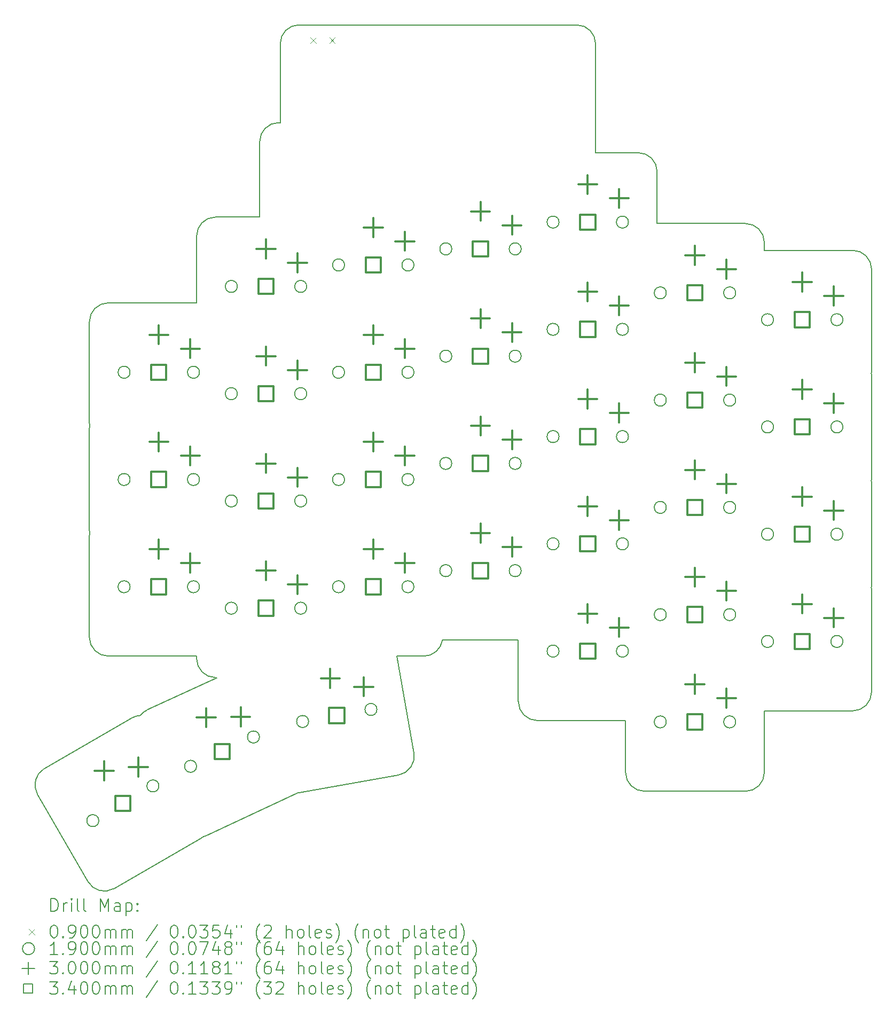
<source format=gbr>
%TF.GenerationSoftware,KiCad,Pcbnew,8.0.8+1*%
%TF.CreationDate,2025-08-10T15:44:05+00:00*%
%TF.ProjectId,right_pcb,72696768-745f-4706-9362-2e6b69636164,v0.2*%
%TF.SameCoordinates,Original*%
%TF.FileFunction,Drillmap*%
%TF.FilePolarity,Positive*%
%FSLAX45Y45*%
G04 Gerber Fmt 4.5, Leading zero omitted, Abs format (unit mm)*
G04 Created by KiCad (PCBNEW 8.0.8+1) date 2025-08-10 15:44:05*
%MOMM*%
%LPD*%
G01*
G04 APERTURE LIST*
%ADD10C,0.150000*%
%ADD11C,0.200000*%
%ADD12C,0.100000*%
%ADD13C,0.190000*%
%ADD14C,0.300000*%
%ADD15C,0.340000*%
G04 APERTURE END LIST*
D10*
X28000000Y-15675000D02*
G75*
G02*
X27700000Y-15375000I0J300000D01*
G01*
X22525167Y-15695207D02*
G75*
G02*
X22508191Y-15697702I-52127J295667D01*
G01*
X18378042Y-15722197D02*
X19178042Y-17107837D01*
X31600000Y-12400000D02*
G75*
G02*
X31595804Y-12450000I-300020J0D01*
G01*
X27700000Y-14553000D02*
X27700000Y-15375000D01*
X19200000Y-11633000D02*
G75*
G02*
X19204196Y-11583000I300020J0D01*
G01*
X29900000Y-14400000D02*
X31300000Y-14400000D01*
X26925000Y-3527000D02*
G75*
G02*
X27225000Y-3827000I0J-300000D01*
G01*
X26925000Y-3527000D02*
X22525000Y-3527000D01*
X27225000Y-5553000D02*
X27225000Y-3827000D01*
X24344207Y-15069833D02*
G75*
G02*
X24100859Y-15417368I-295437J-52097D01*
G01*
X29600000Y-6675000D02*
G75*
G02*
X29900000Y-6975000I0J-300000D01*
G01*
X21042761Y-16381585D02*
G75*
G02*
X21006149Y-16395819I-126731J271765D01*
G01*
X22525167Y-15695207D02*
X24100859Y-15417370D01*
X29900000Y-7100000D02*
X29900000Y-6975000D01*
X21200000Y-13873000D02*
G75*
G02*
X20900000Y-13573000I0J300000D01*
G01*
X21900000Y-6573000D02*
X21200000Y-6573000D01*
X21216795Y-13873000D02*
X20113001Y-14387707D01*
X21900000Y-5377000D02*
X21900000Y-6573000D01*
X31600000Y-14100000D02*
X31600000Y-12500000D01*
X31600000Y-9000000D02*
G75*
G02*
X31595804Y-9050000I-300020J0D01*
G01*
X31600000Y-10700000D02*
X31600000Y-9100000D01*
X31600000Y-9000000D02*
X31600000Y-7400000D01*
X24796606Y-13278000D02*
X26000000Y-13278000D01*
X22225000Y-5077000D02*
X22200000Y-5077000D01*
X21042761Y-16381585D02*
X22492853Y-15705395D01*
X31600000Y-14100000D02*
G75*
G02*
X31300000Y-14400000I-300000J0D01*
G01*
X19500000Y-13533000D02*
X20900000Y-13533000D01*
X22508191Y-15697702D02*
G75*
G02*
X22492854Y-15705395I-142201J264352D01*
G01*
X26300000Y-14553000D02*
X27700000Y-14553000D01*
X28000000Y-15675000D02*
X29600000Y-15675000D01*
X31595804Y-9050000D02*
G75*
G02*
X31600001Y-9100000I-295764J-50000D01*
G01*
X26300000Y-14553000D02*
G75*
G02*
X26000000Y-14253000I0J300000D01*
G01*
X19200000Y-11633000D02*
X19200000Y-13233000D01*
X29600000Y-6675000D02*
X28200000Y-6675000D01*
X19587849Y-17217645D02*
X20973490Y-16417645D01*
X31600000Y-10700000D02*
G75*
G02*
X31595804Y-10750000I-300020J0D01*
G01*
X31600000Y-12400000D02*
X31600000Y-10800000D01*
X21900000Y-5377000D02*
G75*
G02*
X22200000Y-5077000I300000J0D01*
G01*
X19204196Y-11583000D02*
G75*
G02*
X19199999Y-11533000I295764J50000D01*
G01*
X19873490Y-14512389D02*
G75*
G02*
X20005070Y-14472764I150000J-259821D01*
G01*
X19200000Y-8233000D02*
G75*
G02*
X19500000Y-7933000I300000J0D01*
G01*
X22225000Y-3827000D02*
X22225000Y-5077000D01*
X19587849Y-17217645D02*
G75*
G02*
X19178043Y-17107836I-149999J259805D01*
G01*
X19204196Y-9883000D02*
G75*
G02*
X19199999Y-9833000I295764J50000D01*
G01*
X19873490Y-14512389D02*
X18487849Y-15312389D01*
X29900000Y-15375000D02*
G75*
G02*
X29600000Y-15675000I-300000J0D01*
G01*
X31300000Y-7100000D02*
X29900000Y-7100000D01*
X21200000Y-13873000D02*
X21216795Y-13873000D01*
X19200000Y-9933000D02*
X19200000Y-11533000D01*
X24073222Y-13533000D02*
X24500000Y-13533000D01*
X22225000Y-3827000D02*
G75*
G02*
X22525000Y-3527000I300000J0D01*
G01*
X20900000Y-6873000D02*
G75*
G02*
X21200000Y-6573000I300000J0D01*
G01*
X27900000Y-5553000D02*
G75*
G02*
X28200000Y-5853000I0J-300000D01*
G01*
X31300000Y-7100000D02*
G75*
G02*
X31600000Y-7400000I0J-300000D01*
G01*
X24796606Y-13278000D02*
G75*
G02*
X24500000Y-13533000I-296606J45000D01*
G01*
X20900000Y-13533000D02*
X20900000Y-13573000D01*
X31595804Y-12450000D02*
G75*
G02*
X31600001Y-12500000I-295764J-50000D01*
G01*
X29900000Y-15375000D02*
X29900000Y-14400000D01*
X19500000Y-13533000D02*
G75*
G02*
X19200000Y-13233000I0J300000D01*
G01*
X20005070Y-14472763D02*
G75*
G02*
X20113001Y-14387708I234700J-186817D01*
G01*
X31595804Y-10750000D02*
G75*
G02*
X31600001Y-10800000I-295764J-50000D01*
G01*
X26000000Y-13278000D02*
X26000000Y-14253000D01*
X18378042Y-15722197D02*
G75*
G02*
X18487850Y-15312390I259818J149997D01*
G01*
X28200000Y-6675000D02*
X28200000Y-5853000D01*
X21006150Y-16395819D02*
G75*
G02*
X20973490Y-16417645I-182640J237949D01*
G01*
X20900000Y-7933000D02*
X19500000Y-7933000D01*
X27900000Y-5553000D02*
X27225000Y-5553000D01*
X19200000Y-8233000D02*
X19200000Y-9833000D01*
X20900000Y-6873000D02*
X20900000Y-7933000D01*
X19200000Y-9933000D02*
G75*
G02*
X19204196Y-9883000I300020J0D01*
G01*
X24344207Y-15069833D02*
X24073222Y-13533000D01*
D11*
D12*
X22705000Y-3729500D02*
X22795000Y-3819500D01*
X22795000Y-3729500D02*
X22705000Y-3819500D01*
X23005000Y-3729500D02*
X23095000Y-3819500D01*
X23095000Y-3729500D02*
X23005000Y-3819500D01*
D13*
X19349356Y-16140017D02*
G75*
G02*
X19159356Y-16140017I-95000J0D01*
G01*
X19159356Y-16140017D02*
G75*
G02*
X19349356Y-16140017I95000J0D01*
G01*
X19845000Y-9033000D02*
G75*
G02*
X19655000Y-9033000I-95000J0D01*
G01*
X19655000Y-9033000D02*
G75*
G02*
X19845000Y-9033000I95000J0D01*
G01*
X19845000Y-10733000D02*
G75*
G02*
X19655000Y-10733000I-95000J0D01*
G01*
X19655000Y-10733000D02*
G75*
G02*
X19845000Y-10733000I95000J0D01*
G01*
X19845000Y-12433000D02*
G75*
G02*
X19655000Y-12433000I-95000J0D01*
G01*
X19655000Y-12433000D02*
G75*
G02*
X19845000Y-12433000I95000J0D01*
G01*
X20301984Y-15590017D02*
G75*
G02*
X20111984Y-15590017I-95000J0D01*
G01*
X20111984Y-15590017D02*
G75*
G02*
X20301984Y-15590017I95000J0D01*
G01*
X20899458Y-15278991D02*
G75*
G02*
X20709458Y-15278991I-95000J0D01*
G01*
X20709458Y-15278991D02*
G75*
G02*
X20899458Y-15278991I95000J0D01*
G01*
X20945000Y-9033000D02*
G75*
G02*
X20755000Y-9033000I-95000J0D01*
G01*
X20755000Y-9033000D02*
G75*
G02*
X20945000Y-9033000I95000J0D01*
G01*
X20945000Y-10733000D02*
G75*
G02*
X20755000Y-10733000I-95000J0D01*
G01*
X20755000Y-10733000D02*
G75*
G02*
X20945000Y-10733000I95000J0D01*
G01*
X20945000Y-12433000D02*
G75*
G02*
X20755000Y-12433000I-95000J0D01*
G01*
X20755000Y-12433000D02*
G75*
G02*
X20945000Y-12433000I95000J0D01*
G01*
X21545000Y-7673000D02*
G75*
G02*
X21355000Y-7673000I-95000J0D01*
G01*
X21355000Y-7673000D02*
G75*
G02*
X21545000Y-7673000I95000J0D01*
G01*
X21545000Y-9373000D02*
G75*
G02*
X21355000Y-9373000I-95000J0D01*
G01*
X21355000Y-9373000D02*
G75*
G02*
X21545000Y-9373000I95000J0D01*
G01*
X21545000Y-11073000D02*
G75*
G02*
X21355000Y-11073000I-95000J0D01*
G01*
X21355000Y-11073000D02*
G75*
G02*
X21545000Y-11073000I95000J0D01*
G01*
X21545000Y-12773000D02*
G75*
G02*
X21355000Y-12773000I-95000J0D01*
G01*
X21355000Y-12773000D02*
G75*
G02*
X21545000Y-12773000I95000J0D01*
G01*
X21896397Y-14814111D02*
G75*
G02*
X21706397Y-14814111I-95000J0D01*
G01*
X21706397Y-14814111D02*
G75*
G02*
X21896397Y-14814111I95000J0D01*
G01*
X22645000Y-7673000D02*
G75*
G02*
X22455000Y-7673000I-95000J0D01*
G01*
X22455000Y-7673000D02*
G75*
G02*
X22645000Y-7673000I95000J0D01*
G01*
X22645000Y-9373000D02*
G75*
G02*
X22455000Y-9373000I-95000J0D01*
G01*
X22455000Y-9373000D02*
G75*
G02*
X22645000Y-9373000I95000J0D01*
G01*
X22645000Y-11073000D02*
G75*
G02*
X22455000Y-11073000I-95000J0D01*
G01*
X22455000Y-11073000D02*
G75*
G02*
X22645000Y-11073000I95000J0D01*
G01*
X22645000Y-12773000D02*
G75*
G02*
X22455000Y-12773000I-95000J0D01*
G01*
X22455000Y-12773000D02*
G75*
G02*
X22645000Y-12773000I95000J0D01*
G01*
X22675356Y-14568506D02*
G75*
G02*
X22485356Y-14568506I-95000J0D01*
G01*
X22485356Y-14568506D02*
G75*
G02*
X22675356Y-14568506I95000J0D01*
G01*
X23245000Y-7333000D02*
G75*
G02*
X23055000Y-7333000I-95000J0D01*
G01*
X23055000Y-7333000D02*
G75*
G02*
X23245000Y-7333000I95000J0D01*
G01*
X23245000Y-9033000D02*
G75*
G02*
X23055000Y-9033000I-95000J0D01*
G01*
X23055000Y-9033000D02*
G75*
G02*
X23245000Y-9033000I95000J0D01*
G01*
X23245000Y-10733000D02*
G75*
G02*
X23055000Y-10733000I-95000J0D01*
G01*
X23055000Y-10733000D02*
G75*
G02*
X23245000Y-10733000I95000J0D01*
G01*
X23245000Y-12433000D02*
G75*
G02*
X23055000Y-12433000I-95000J0D01*
G01*
X23055000Y-12433000D02*
G75*
G02*
X23245000Y-12433000I95000J0D01*
G01*
X23758644Y-14377493D02*
G75*
G02*
X23568644Y-14377493I-95000J0D01*
G01*
X23568644Y-14377493D02*
G75*
G02*
X23758644Y-14377493I95000J0D01*
G01*
X24345000Y-7333000D02*
G75*
G02*
X24155000Y-7333000I-95000J0D01*
G01*
X24155000Y-7333000D02*
G75*
G02*
X24345000Y-7333000I95000J0D01*
G01*
X24345000Y-9033000D02*
G75*
G02*
X24155000Y-9033000I-95000J0D01*
G01*
X24155000Y-9033000D02*
G75*
G02*
X24345000Y-9033000I95000J0D01*
G01*
X24345000Y-10733000D02*
G75*
G02*
X24155000Y-10733000I-95000J0D01*
G01*
X24155000Y-10733000D02*
G75*
G02*
X24345000Y-10733000I95000J0D01*
G01*
X24345000Y-12433000D02*
G75*
G02*
X24155000Y-12433000I-95000J0D01*
G01*
X24155000Y-12433000D02*
G75*
G02*
X24345000Y-12433000I95000J0D01*
G01*
X24945000Y-7078000D02*
G75*
G02*
X24755000Y-7078000I-95000J0D01*
G01*
X24755000Y-7078000D02*
G75*
G02*
X24945000Y-7078000I95000J0D01*
G01*
X24945000Y-8778000D02*
G75*
G02*
X24755000Y-8778000I-95000J0D01*
G01*
X24755000Y-8778000D02*
G75*
G02*
X24945000Y-8778000I95000J0D01*
G01*
X24945000Y-10478000D02*
G75*
G02*
X24755000Y-10478000I-95000J0D01*
G01*
X24755000Y-10478000D02*
G75*
G02*
X24945000Y-10478000I95000J0D01*
G01*
X24945000Y-12178000D02*
G75*
G02*
X24755000Y-12178000I-95000J0D01*
G01*
X24755000Y-12178000D02*
G75*
G02*
X24945000Y-12178000I95000J0D01*
G01*
X26045000Y-7078000D02*
G75*
G02*
X25855000Y-7078000I-95000J0D01*
G01*
X25855000Y-7078000D02*
G75*
G02*
X26045000Y-7078000I95000J0D01*
G01*
X26045000Y-8778000D02*
G75*
G02*
X25855000Y-8778000I-95000J0D01*
G01*
X25855000Y-8778000D02*
G75*
G02*
X26045000Y-8778000I95000J0D01*
G01*
X26045000Y-10478000D02*
G75*
G02*
X25855000Y-10478000I-95000J0D01*
G01*
X25855000Y-10478000D02*
G75*
G02*
X26045000Y-10478000I95000J0D01*
G01*
X26045000Y-12178000D02*
G75*
G02*
X25855000Y-12178000I-95000J0D01*
G01*
X25855000Y-12178000D02*
G75*
G02*
X26045000Y-12178000I95000J0D01*
G01*
X26645000Y-6653000D02*
G75*
G02*
X26455000Y-6653000I-95000J0D01*
G01*
X26455000Y-6653000D02*
G75*
G02*
X26645000Y-6653000I95000J0D01*
G01*
X26645000Y-8353000D02*
G75*
G02*
X26455000Y-8353000I-95000J0D01*
G01*
X26455000Y-8353000D02*
G75*
G02*
X26645000Y-8353000I95000J0D01*
G01*
X26645000Y-10053000D02*
G75*
G02*
X26455000Y-10053000I-95000J0D01*
G01*
X26455000Y-10053000D02*
G75*
G02*
X26645000Y-10053000I95000J0D01*
G01*
X26645000Y-11753000D02*
G75*
G02*
X26455000Y-11753000I-95000J0D01*
G01*
X26455000Y-11753000D02*
G75*
G02*
X26645000Y-11753000I95000J0D01*
G01*
X26645000Y-13453000D02*
G75*
G02*
X26455000Y-13453000I-95000J0D01*
G01*
X26455000Y-13453000D02*
G75*
G02*
X26645000Y-13453000I95000J0D01*
G01*
X27745000Y-6653000D02*
G75*
G02*
X27555000Y-6653000I-95000J0D01*
G01*
X27555000Y-6653000D02*
G75*
G02*
X27745000Y-6653000I95000J0D01*
G01*
X27745000Y-8353000D02*
G75*
G02*
X27555000Y-8353000I-95000J0D01*
G01*
X27555000Y-8353000D02*
G75*
G02*
X27745000Y-8353000I95000J0D01*
G01*
X27745000Y-10053000D02*
G75*
G02*
X27555000Y-10053000I-95000J0D01*
G01*
X27555000Y-10053000D02*
G75*
G02*
X27745000Y-10053000I95000J0D01*
G01*
X27745000Y-11753000D02*
G75*
G02*
X27555000Y-11753000I-95000J0D01*
G01*
X27555000Y-11753000D02*
G75*
G02*
X27745000Y-11753000I95000J0D01*
G01*
X27745000Y-13453000D02*
G75*
G02*
X27555000Y-13453000I-95000J0D01*
G01*
X27555000Y-13453000D02*
G75*
G02*
X27745000Y-13453000I95000J0D01*
G01*
X28345000Y-7775000D02*
G75*
G02*
X28155000Y-7775000I-95000J0D01*
G01*
X28155000Y-7775000D02*
G75*
G02*
X28345000Y-7775000I95000J0D01*
G01*
X28345000Y-9475000D02*
G75*
G02*
X28155000Y-9475000I-95000J0D01*
G01*
X28155000Y-9475000D02*
G75*
G02*
X28345000Y-9475000I95000J0D01*
G01*
X28345000Y-11175000D02*
G75*
G02*
X28155000Y-11175000I-95000J0D01*
G01*
X28155000Y-11175000D02*
G75*
G02*
X28345000Y-11175000I95000J0D01*
G01*
X28345000Y-12875000D02*
G75*
G02*
X28155000Y-12875000I-95000J0D01*
G01*
X28155000Y-12875000D02*
G75*
G02*
X28345000Y-12875000I95000J0D01*
G01*
X28345000Y-14575000D02*
G75*
G02*
X28155000Y-14575000I-95000J0D01*
G01*
X28155000Y-14575000D02*
G75*
G02*
X28345000Y-14575000I95000J0D01*
G01*
X29445000Y-7775000D02*
G75*
G02*
X29255000Y-7775000I-95000J0D01*
G01*
X29255000Y-7775000D02*
G75*
G02*
X29445000Y-7775000I95000J0D01*
G01*
X29445000Y-9475000D02*
G75*
G02*
X29255000Y-9475000I-95000J0D01*
G01*
X29255000Y-9475000D02*
G75*
G02*
X29445000Y-9475000I95000J0D01*
G01*
X29445000Y-11175000D02*
G75*
G02*
X29255000Y-11175000I-95000J0D01*
G01*
X29255000Y-11175000D02*
G75*
G02*
X29445000Y-11175000I95000J0D01*
G01*
X29445000Y-12875000D02*
G75*
G02*
X29255000Y-12875000I-95000J0D01*
G01*
X29255000Y-12875000D02*
G75*
G02*
X29445000Y-12875000I95000J0D01*
G01*
X29445000Y-14575000D02*
G75*
G02*
X29255000Y-14575000I-95000J0D01*
G01*
X29255000Y-14575000D02*
G75*
G02*
X29445000Y-14575000I95000J0D01*
G01*
X30045000Y-8200000D02*
G75*
G02*
X29855000Y-8200000I-95000J0D01*
G01*
X29855000Y-8200000D02*
G75*
G02*
X30045000Y-8200000I95000J0D01*
G01*
X30045000Y-9900000D02*
G75*
G02*
X29855000Y-9900000I-95000J0D01*
G01*
X29855000Y-9900000D02*
G75*
G02*
X30045000Y-9900000I95000J0D01*
G01*
X30045000Y-11600000D02*
G75*
G02*
X29855000Y-11600000I-95000J0D01*
G01*
X29855000Y-11600000D02*
G75*
G02*
X30045000Y-11600000I95000J0D01*
G01*
X30045000Y-13300000D02*
G75*
G02*
X29855000Y-13300000I-95000J0D01*
G01*
X29855000Y-13300000D02*
G75*
G02*
X30045000Y-13300000I95000J0D01*
G01*
X31145000Y-8200000D02*
G75*
G02*
X30955000Y-8200000I-95000J0D01*
G01*
X30955000Y-8200000D02*
G75*
G02*
X31145000Y-8200000I95000J0D01*
G01*
X31145000Y-9900000D02*
G75*
G02*
X30955000Y-9900000I-95000J0D01*
G01*
X30955000Y-9900000D02*
G75*
G02*
X31145000Y-9900000I95000J0D01*
G01*
X31145000Y-11600000D02*
G75*
G02*
X30955000Y-11600000I-95000J0D01*
G01*
X30955000Y-11600000D02*
G75*
G02*
X31145000Y-11600000I95000J0D01*
G01*
X31145000Y-13300000D02*
G75*
G02*
X30955000Y-13300000I-95000J0D01*
G01*
X30955000Y-13300000D02*
G75*
G02*
X31145000Y-13300000I95000J0D01*
G01*
D14*
X19433170Y-15199732D02*
X19433170Y-15499732D01*
X19283170Y-15349732D02*
X19583170Y-15349732D01*
X19976182Y-15140257D02*
X19976182Y-15440257D01*
X19826182Y-15290257D02*
X20126182Y-15290257D01*
X20300000Y-8288000D02*
X20300000Y-8588000D01*
X20150000Y-8438000D02*
X20450000Y-8438000D01*
X20300000Y-9988000D02*
X20300000Y-10288000D01*
X20150000Y-10138000D02*
X20450000Y-10138000D01*
X20300000Y-11688000D02*
X20300000Y-11988000D01*
X20150000Y-11838000D02*
X20450000Y-11838000D01*
X20800000Y-8508000D02*
X20800000Y-8808000D01*
X20650000Y-8658000D02*
X20950000Y-8658000D01*
X20800000Y-10208000D02*
X20800000Y-10508000D01*
X20650000Y-10358000D02*
X20950000Y-10358000D01*
X20800000Y-11908000D02*
X20800000Y-12208000D01*
X20650000Y-12058000D02*
X20950000Y-12058000D01*
X21051469Y-14357298D02*
X21051469Y-14657298D01*
X20901469Y-14507298D02*
X21201469Y-14507298D01*
X21597599Y-14345377D02*
X21597599Y-14645377D01*
X21447599Y-14495377D02*
X21747599Y-14495377D01*
X22000000Y-6928000D02*
X22000000Y-7228000D01*
X21850000Y-7078000D02*
X22150000Y-7078000D01*
X22000000Y-8628000D02*
X22000000Y-8928000D01*
X21850000Y-8778000D02*
X22150000Y-8778000D01*
X22000000Y-10328000D02*
X22000000Y-10628000D01*
X21850000Y-10478000D02*
X22150000Y-10478000D01*
X22000000Y-12028000D02*
X22000000Y-12328000D01*
X21850000Y-12178000D02*
X22150000Y-12178000D01*
X22500000Y-7148000D02*
X22500000Y-7448000D01*
X22350000Y-7298000D02*
X22650000Y-7298000D01*
X22500000Y-8848000D02*
X22500000Y-9148000D01*
X22350000Y-8998000D02*
X22650000Y-8998000D01*
X22500000Y-10548000D02*
X22500000Y-10848000D01*
X22350000Y-10698000D02*
X22650000Y-10698000D01*
X22500000Y-12248000D02*
X22500000Y-12548000D01*
X22350000Y-12398000D02*
X22650000Y-12398000D01*
X23018679Y-13737039D02*
X23018679Y-14037039D01*
X22868679Y-13887039D02*
X23168679Y-13887039D01*
X23549286Y-13866873D02*
X23549286Y-14166873D01*
X23399286Y-14016873D02*
X23699286Y-14016873D01*
X23700000Y-6588000D02*
X23700000Y-6888000D01*
X23550000Y-6738000D02*
X23850000Y-6738000D01*
X23700000Y-8288000D02*
X23700000Y-8588000D01*
X23550000Y-8438000D02*
X23850000Y-8438000D01*
X23700000Y-9988000D02*
X23700000Y-10288000D01*
X23550000Y-10138000D02*
X23850000Y-10138000D01*
X23700000Y-11688000D02*
X23700000Y-11988000D01*
X23550000Y-11838000D02*
X23850000Y-11838000D01*
X24200000Y-6808000D02*
X24200000Y-7108000D01*
X24050000Y-6958000D02*
X24350000Y-6958000D01*
X24200000Y-8508000D02*
X24200000Y-8808000D01*
X24050000Y-8658000D02*
X24350000Y-8658000D01*
X24200000Y-10208000D02*
X24200000Y-10508000D01*
X24050000Y-10358000D02*
X24350000Y-10358000D01*
X24200000Y-11908000D02*
X24200000Y-12208000D01*
X24050000Y-12058000D02*
X24350000Y-12058000D01*
X25400000Y-6333000D02*
X25400000Y-6633000D01*
X25250000Y-6483000D02*
X25550000Y-6483000D01*
X25400000Y-8033000D02*
X25400000Y-8333000D01*
X25250000Y-8183000D02*
X25550000Y-8183000D01*
X25400000Y-9733000D02*
X25400000Y-10033000D01*
X25250000Y-9883000D02*
X25550000Y-9883000D01*
X25400000Y-11433000D02*
X25400000Y-11733000D01*
X25250000Y-11583000D02*
X25550000Y-11583000D01*
X25900000Y-6553000D02*
X25900000Y-6853000D01*
X25750000Y-6703000D02*
X26050000Y-6703000D01*
X25900000Y-8253000D02*
X25900000Y-8553000D01*
X25750000Y-8403000D02*
X26050000Y-8403000D01*
X25900000Y-9953000D02*
X25900000Y-10253000D01*
X25750000Y-10103000D02*
X26050000Y-10103000D01*
X25900000Y-11653000D02*
X25900000Y-11953000D01*
X25750000Y-11803000D02*
X26050000Y-11803000D01*
X27100000Y-5908000D02*
X27100000Y-6208000D01*
X26950000Y-6058000D02*
X27250000Y-6058000D01*
X27100000Y-7608000D02*
X27100000Y-7908000D01*
X26950000Y-7758000D02*
X27250000Y-7758000D01*
X27100000Y-9308000D02*
X27100000Y-9608000D01*
X26950000Y-9458000D02*
X27250000Y-9458000D01*
X27100000Y-11008000D02*
X27100000Y-11308000D01*
X26950000Y-11158000D02*
X27250000Y-11158000D01*
X27100000Y-12708000D02*
X27100000Y-13008000D01*
X26950000Y-12858000D02*
X27250000Y-12858000D01*
X27600000Y-6128000D02*
X27600000Y-6428000D01*
X27450000Y-6278000D02*
X27750000Y-6278000D01*
X27600000Y-7828000D02*
X27600000Y-8128000D01*
X27450000Y-7978000D02*
X27750000Y-7978000D01*
X27600000Y-9528000D02*
X27600000Y-9828000D01*
X27450000Y-9678000D02*
X27750000Y-9678000D01*
X27600000Y-11228000D02*
X27600000Y-11528000D01*
X27450000Y-11378000D02*
X27750000Y-11378000D01*
X27600000Y-12928000D02*
X27600000Y-13228000D01*
X27450000Y-13078000D02*
X27750000Y-13078000D01*
X28800000Y-7030000D02*
X28800000Y-7330000D01*
X28650000Y-7180000D02*
X28950000Y-7180000D01*
X28800000Y-8730000D02*
X28800000Y-9030000D01*
X28650000Y-8880000D02*
X28950000Y-8880000D01*
X28800000Y-10430000D02*
X28800000Y-10730000D01*
X28650000Y-10580000D02*
X28950000Y-10580000D01*
X28800000Y-12130000D02*
X28800000Y-12430000D01*
X28650000Y-12280000D02*
X28950000Y-12280000D01*
X28800000Y-13830000D02*
X28800000Y-14130000D01*
X28650000Y-13980000D02*
X28950000Y-13980000D01*
X29300000Y-7250000D02*
X29300000Y-7550000D01*
X29150000Y-7400000D02*
X29450000Y-7400000D01*
X29300000Y-8950000D02*
X29300000Y-9250000D01*
X29150000Y-9100000D02*
X29450000Y-9100000D01*
X29300000Y-10650000D02*
X29300000Y-10950000D01*
X29150000Y-10800000D02*
X29450000Y-10800000D01*
X29300000Y-12350000D02*
X29300000Y-12650000D01*
X29150000Y-12500000D02*
X29450000Y-12500000D01*
X29300000Y-14050000D02*
X29300000Y-14350000D01*
X29150000Y-14200000D02*
X29450000Y-14200000D01*
X30500000Y-7455000D02*
X30500000Y-7755000D01*
X30350000Y-7605000D02*
X30650000Y-7605000D01*
X30500000Y-9155000D02*
X30500000Y-9455000D01*
X30350000Y-9305000D02*
X30650000Y-9305000D01*
X30500000Y-10855000D02*
X30500000Y-11155000D01*
X30350000Y-11005000D02*
X30650000Y-11005000D01*
X30500000Y-12555000D02*
X30500000Y-12855000D01*
X30350000Y-12705000D02*
X30650000Y-12705000D01*
X31000000Y-7675000D02*
X31000000Y-7975000D01*
X30850000Y-7825000D02*
X31150000Y-7825000D01*
X31000000Y-9375000D02*
X31000000Y-9675000D01*
X30850000Y-9525000D02*
X31150000Y-9525000D01*
X31000000Y-11075000D02*
X31000000Y-11375000D01*
X30850000Y-11225000D02*
X31150000Y-11225000D01*
X31000000Y-12775000D02*
X31000000Y-13075000D01*
X30850000Y-12925000D02*
X31150000Y-12925000D01*
D15*
X19850879Y-15985226D02*
X19850879Y-15744808D01*
X19610460Y-15744808D01*
X19610460Y-15985226D01*
X19850879Y-15985226D01*
X20420209Y-9153209D02*
X20420209Y-8912791D01*
X20179791Y-8912791D01*
X20179791Y-9153209D01*
X20420209Y-9153209D01*
X20420209Y-10853209D02*
X20420209Y-10612791D01*
X20179791Y-10612791D01*
X20179791Y-10853209D01*
X20420209Y-10853209D01*
X20420209Y-12553209D02*
X20420209Y-12312791D01*
X20179791Y-12312791D01*
X20179791Y-12553209D01*
X20420209Y-12553209D01*
X21423137Y-15166761D02*
X21423137Y-14926342D01*
X21182718Y-14926342D01*
X21182718Y-15166761D01*
X21423137Y-15166761D01*
X22120209Y-7793209D02*
X22120209Y-7552791D01*
X21879791Y-7552791D01*
X21879791Y-7793209D01*
X22120209Y-7793209D01*
X22120209Y-9493209D02*
X22120209Y-9252791D01*
X21879791Y-9252791D01*
X21879791Y-9493209D01*
X22120209Y-9493209D01*
X22120209Y-11193209D02*
X22120209Y-10952791D01*
X21879791Y-10952791D01*
X21879791Y-11193209D01*
X22120209Y-11193209D01*
X22120209Y-12893209D02*
X22120209Y-12652791D01*
X21879791Y-12652791D01*
X21879791Y-12893209D01*
X22120209Y-12893209D01*
X23242209Y-14593209D02*
X23242209Y-14352791D01*
X23001791Y-14352791D01*
X23001791Y-14593209D01*
X23242209Y-14593209D01*
X23820209Y-7453209D02*
X23820209Y-7212791D01*
X23579791Y-7212791D01*
X23579791Y-7453209D01*
X23820209Y-7453209D01*
X23820209Y-9153209D02*
X23820209Y-8912791D01*
X23579791Y-8912791D01*
X23579791Y-9153209D01*
X23820209Y-9153209D01*
X23820209Y-10853209D02*
X23820209Y-10612791D01*
X23579791Y-10612791D01*
X23579791Y-10853209D01*
X23820209Y-10853209D01*
X23820209Y-12553209D02*
X23820209Y-12312791D01*
X23579791Y-12312791D01*
X23579791Y-12553209D01*
X23820209Y-12553209D01*
X25520209Y-7198209D02*
X25520209Y-6957791D01*
X25279791Y-6957791D01*
X25279791Y-7198209D01*
X25520209Y-7198209D01*
X25520209Y-8898209D02*
X25520209Y-8657791D01*
X25279791Y-8657791D01*
X25279791Y-8898209D01*
X25520209Y-8898209D01*
X25520209Y-10598209D02*
X25520209Y-10357791D01*
X25279791Y-10357791D01*
X25279791Y-10598209D01*
X25520209Y-10598209D01*
X25520209Y-12298209D02*
X25520209Y-12057791D01*
X25279791Y-12057791D01*
X25279791Y-12298209D01*
X25520209Y-12298209D01*
X27220209Y-6773209D02*
X27220209Y-6532791D01*
X26979791Y-6532791D01*
X26979791Y-6773209D01*
X27220209Y-6773209D01*
X27220209Y-8473209D02*
X27220209Y-8232791D01*
X26979791Y-8232791D01*
X26979791Y-8473209D01*
X27220209Y-8473209D01*
X27220209Y-10173209D02*
X27220209Y-9932791D01*
X26979791Y-9932791D01*
X26979791Y-10173209D01*
X27220209Y-10173209D01*
X27220209Y-11873209D02*
X27220209Y-11632791D01*
X26979791Y-11632791D01*
X26979791Y-11873209D01*
X27220209Y-11873209D01*
X27220209Y-13573209D02*
X27220209Y-13332791D01*
X26979791Y-13332791D01*
X26979791Y-13573209D01*
X27220209Y-13573209D01*
X28920209Y-7895209D02*
X28920209Y-7654791D01*
X28679791Y-7654791D01*
X28679791Y-7895209D01*
X28920209Y-7895209D01*
X28920209Y-9595209D02*
X28920209Y-9354791D01*
X28679791Y-9354791D01*
X28679791Y-9595209D01*
X28920209Y-9595209D01*
X28920209Y-11295209D02*
X28920209Y-11054791D01*
X28679791Y-11054791D01*
X28679791Y-11295209D01*
X28920209Y-11295209D01*
X28920209Y-12995209D02*
X28920209Y-12754791D01*
X28679791Y-12754791D01*
X28679791Y-12995209D01*
X28920209Y-12995209D01*
X28920209Y-14695209D02*
X28920209Y-14454791D01*
X28679791Y-14454791D01*
X28679791Y-14695209D01*
X28920209Y-14695209D01*
X30620209Y-8320209D02*
X30620209Y-8079791D01*
X30379791Y-8079791D01*
X30379791Y-8320209D01*
X30620209Y-8320209D01*
X30620209Y-10020209D02*
X30620209Y-9779791D01*
X30379791Y-9779791D01*
X30379791Y-10020209D01*
X30620209Y-10020209D01*
X30620209Y-11720209D02*
X30620209Y-11479791D01*
X30379791Y-11479791D01*
X30379791Y-11720209D01*
X30620209Y-11720209D01*
X30620209Y-13420209D02*
X30620209Y-13179791D01*
X30379791Y-13179791D01*
X30379791Y-13420209D01*
X30620209Y-13420209D01*
D11*
X18591129Y-17576821D02*
X18591129Y-17376821D01*
X18591129Y-17376821D02*
X18638748Y-17376821D01*
X18638748Y-17376821D02*
X18667320Y-17386345D01*
X18667320Y-17386345D02*
X18686367Y-17405392D01*
X18686367Y-17405392D02*
X18695891Y-17424440D01*
X18695891Y-17424440D02*
X18705415Y-17462535D01*
X18705415Y-17462535D02*
X18705415Y-17491107D01*
X18705415Y-17491107D02*
X18695891Y-17529202D01*
X18695891Y-17529202D02*
X18686367Y-17548250D01*
X18686367Y-17548250D02*
X18667320Y-17567297D01*
X18667320Y-17567297D02*
X18638748Y-17576821D01*
X18638748Y-17576821D02*
X18591129Y-17576821D01*
X18791129Y-17576821D02*
X18791129Y-17443488D01*
X18791129Y-17481583D02*
X18800653Y-17462535D01*
X18800653Y-17462535D02*
X18810177Y-17453011D01*
X18810177Y-17453011D02*
X18829224Y-17443488D01*
X18829224Y-17443488D02*
X18848272Y-17443488D01*
X18914939Y-17576821D02*
X18914939Y-17443488D01*
X18914939Y-17376821D02*
X18905415Y-17386345D01*
X18905415Y-17386345D02*
X18914939Y-17395869D01*
X18914939Y-17395869D02*
X18924462Y-17386345D01*
X18924462Y-17386345D02*
X18914939Y-17376821D01*
X18914939Y-17376821D02*
X18914939Y-17395869D01*
X19038748Y-17576821D02*
X19019701Y-17567297D01*
X19019701Y-17567297D02*
X19010177Y-17548250D01*
X19010177Y-17548250D02*
X19010177Y-17376821D01*
X19143510Y-17576821D02*
X19124462Y-17567297D01*
X19124462Y-17567297D02*
X19114939Y-17548250D01*
X19114939Y-17548250D02*
X19114939Y-17376821D01*
X19372082Y-17576821D02*
X19372082Y-17376821D01*
X19372082Y-17376821D02*
X19438748Y-17519678D01*
X19438748Y-17519678D02*
X19505415Y-17376821D01*
X19505415Y-17376821D02*
X19505415Y-17576821D01*
X19686367Y-17576821D02*
X19686367Y-17472059D01*
X19686367Y-17472059D02*
X19676843Y-17453011D01*
X19676843Y-17453011D02*
X19657796Y-17443488D01*
X19657796Y-17443488D02*
X19619701Y-17443488D01*
X19619701Y-17443488D02*
X19600653Y-17453011D01*
X19686367Y-17567297D02*
X19667320Y-17576821D01*
X19667320Y-17576821D02*
X19619701Y-17576821D01*
X19619701Y-17576821D02*
X19600653Y-17567297D01*
X19600653Y-17567297D02*
X19591129Y-17548250D01*
X19591129Y-17548250D02*
X19591129Y-17529202D01*
X19591129Y-17529202D02*
X19600653Y-17510154D01*
X19600653Y-17510154D02*
X19619701Y-17500631D01*
X19619701Y-17500631D02*
X19667320Y-17500631D01*
X19667320Y-17500631D02*
X19686367Y-17491107D01*
X19781605Y-17443488D02*
X19781605Y-17643488D01*
X19781605Y-17453011D02*
X19800653Y-17443488D01*
X19800653Y-17443488D02*
X19838748Y-17443488D01*
X19838748Y-17443488D02*
X19857796Y-17453011D01*
X19857796Y-17453011D02*
X19867320Y-17462535D01*
X19867320Y-17462535D02*
X19876843Y-17481583D01*
X19876843Y-17481583D02*
X19876843Y-17538726D01*
X19876843Y-17538726D02*
X19867320Y-17557773D01*
X19867320Y-17557773D02*
X19857796Y-17567297D01*
X19857796Y-17567297D02*
X19838748Y-17576821D01*
X19838748Y-17576821D02*
X19800653Y-17576821D01*
X19800653Y-17576821D02*
X19781605Y-17567297D01*
X19962558Y-17557773D02*
X19972082Y-17567297D01*
X19972082Y-17567297D02*
X19962558Y-17576821D01*
X19962558Y-17576821D02*
X19953034Y-17567297D01*
X19953034Y-17567297D02*
X19962558Y-17557773D01*
X19962558Y-17557773D02*
X19962558Y-17576821D01*
X19962558Y-17453011D02*
X19972082Y-17462535D01*
X19972082Y-17462535D02*
X19962558Y-17472059D01*
X19962558Y-17472059D02*
X19953034Y-17462535D01*
X19953034Y-17462535D02*
X19962558Y-17453011D01*
X19962558Y-17453011D02*
X19962558Y-17472059D01*
D12*
X18240352Y-17860337D02*
X18330352Y-17950337D01*
X18330352Y-17860337D02*
X18240352Y-17950337D01*
D11*
X18629224Y-17796821D02*
X18648272Y-17796821D01*
X18648272Y-17796821D02*
X18667320Y-17806345D01*
X18667320Y-17806345D02*
X18676843Y-17815869D01*
X18676843Y-17815869D02*
X18686367Y-17834916D01*
X18686367Y-17834916D02*
X18695891Y-17873011D01*
X18695891Y-17873011D02*
X18695891Y-17920631D01*
X18695891Y-17920631D02*
X18686367Y-17958726D01*
X18686367Y-17958726D02*
X18676843Y-17977773D01*
X18676843Y-17977773D02*
X18667320Y-17987297D01*
X18667320Y-17987297D02*
X18648272Y-17996821D01*
X18648272Y-17996821D02*
X18629224Y-17996821D01*
X18629224Y-17996821D02*
X18610177Y-17987297D01*
X18610177Y-17987297D02*
X18600653Y-17977773D01*
X18600653Y-17977773D02*
X18591129Y-17958726D01*
X18591129Y-17958726D02*
X18581605Y-17920631D01*
X18581605Y-17920631D02*
X18581605Y-17873011D01*
X18581605Y-17873011D02*
X18591129Y-17834916D01*
X18591129Y-17834916D02*
X18600653Y-17815869D01*
X18600653Y-17815869D02*
X18610177Y-17806345D01*
X18610177Y-17806345D02*
X18629224Y-17796821D01*
X18781605Y-17977773D02*
X18791129Y-17987297D01*
X18791129Y-17987297D02*
X18781605Y-17996821D01*
X18781605Y-17996821D02*
X18772082Y-17987297D01*
X18772082Y-17987297D02*
X18781605Y-17977773D01*
X18781605Y-17977773D02*
X18781605Y-17996821D01*
X18886367Y-17996821D02*
X18924462Y-17996821D01*
X18924462Y-17996821D02*
X18943510Y-17987297D01*
X18943510Y-17987297D02*
X18953034Y-17977773D01*
X18953034Y-17977773D02*
X18972082Y-17949202D01*
X18972082Y-17949202D02*
X18981605Y-17911107D01*
X18981605Y-17911107D02*
X18981605Y-17834916D01*
X18981605Y-17834916D02*
X18972082Y-17815869D01*
X18972082Y-17815869D02*
X18962558Y-17806345D01*
X18962558Y-17806345D02*
X18943510Y-17796821D01*
X18943510Y-17796821D02*
X18905415Y-17796821D01*
X18905415Y-17796821D02*
X18886367Y-17806345D01*
X18886367Y-17806345D02*
X18876843Y-17815869D01*
X18876843Y-17815869D02*
X18867320Y-17834916D01*
X18867320Y-17834916D02*
X18867320Y-17882535D01*
X18867320Y-17882535D02*
X18876843Y-17901583D01*
X18876843Y-17901583D02*
X18886367Y-17911107D01*
X18886367Y-17911107D02*
X18905415Y-17920631D01*
X18905415Y-17920631D02*
X18943510Y-17920631D01*
X18943510Y-17920631D02*
X18962558Y-17911107D01*
X18962558Y-17911107D02*
X18972082Y-17901583D01*
X18972082Y-17901583D02*
X18981605Y-17882535D01*
X19105415Y-17796821D02*
X19124463Y-17796821D01*
X19124463Y-17796821D02*
X19143510Y-17806345D01*
X19143510Y-17806345D02*
X19153034Y-17815869D01*
X19153034Y-17815869D02*
X19162558Y-17834916D01*
X19162558Y-17834916D02*
X19172082Y-17873011D01*
X19172082Y-17873011D02*
X19172082Y-17920631D01*
X19172082Y-17920631D02*
X19162558Y-17958726D01*
X19162558Y-17958726D02*
X19153034Y-17977773D01*
X19153034Y-17977773D02*
X19143510Y-17987297D01*
X19143510Y-17987297D02*
X19124463Y-17996821D01*
X19124463Y-17996821D02*
X19105415Y-17996821D01*
X19105415Y-17996821D02*
X19086367Y-17987297D01*
X19086367Y-17987297D02*
X19076843Y-17977773D01*
X19076843Y-17977773D02*
X19067320Y-17958726D01*
X19067320Y-17958726D02*
X19057796Y-17920631D01*
X19057796Y-17920631D02*
X19057796Y-17873011D01*
X19057796Y-17873011D02*
X19067320Y-17834916D01*
X19067320Y-17834916D02*
X19076843Y-17815869D01*
X19076843Y-17815869D02*
X19086367Y-17806345D01*
X19086367Y-17806345D02*
X19105415Y-17796821D01*
X19295891Y-17796821D02*
X19314939Y-17796821D01*
X19314939Y-17796821D02*
X19333986Y-17806345D01*
X19333986Y-17806345D02*
X19343510Y-17815869D01*
X19343510Y-17815869D02*
X19353034Y-17834916D01*
X19353034Y-17834916D02*
X19362558Y-17873011D01*
X19362558Y-17873011D02*
X19362558Y-17920631D01*
X19362558Y-17920631D02*
X19353034Y-17958726D01*
X19353034Y-17958726D02*
X19343510Y-17977773D01*
X19343510Y-17977773D02*
X19333986Y-17987297D01*
X19333986Y-17987297D02*
X19314939Y-17996821D01*
X19314939Y-17996821D02*
X19295891Y-17996821D01*
X19295891Y-17996821D02*
X19276843Y-17987297D01*
X19276843Y-17987297D02*
X19267320Y-17977773D01*
X19267320Y-17977773D02*
X19257796Y-17958726D01*
X19257796Y-17958726D02*
X19248272Y-17920631D01*
X19248272Y-17920631D02*
X19248272Y-17873011D01*
X19248272Y-17873011D02*
X19257796Y-17834916D01*
X19257796Y-17834916D02*
X19267320Y-17815869D01*
X19267320Y-17815869D02*
X19276843Y-17806345D01*
X19276843Y-17806345D02*
X19295891Y-17796821D01*
X19448272Y-17996821D02*
X19448272Y-17863488D01*
X19448272Y-17882535D02*
X19457796Y-17873011D01*
X19457796Y-17873011D02*
X19476843Y-17863488D01*
X19476843Y-17863488D02*
X19505415Y-17863488D01*
X19505415Y-17863488D02*
X19524463Y-17873011D01*
X19524463Y-17873011D02*
X19533986Y-17892059D01*
X19533986Y-17892059D02*
X19533986Y-17996821D01*
X19533986Y-17892059D02*
X19543510Y-17873011D01*
X19543510Y-17873011D02*
X19562558Y-17863488D01*
X19562558Y-17863488D02*
X19591129Y-17863488D01*
X19591129Y-17863488D02*
X19610177Y-17873011D01*
X19610177Y-17873011D02*
X19619701Y-17892059D01*
X19619701Y-17892059D02*
X19619701Y-17996821D01*
X19714939Y-17996821D02*
X19714939Y-17863488D01*
X19714939Y-17882535D02*
X19724463Y-17873011D01*
X19724463Y-17873011D02*
X19743510Y-17863488D01*
X19743510Y-17863488D02*
X19772082Y-17863488D01*
X19772082Y-17863488D02*
X19791129Y-17873011D01*
X19791129Y-17873011D02*
X19800653Y-17892059D01*
X19800653Y-17892059D02*
X19800653Y-17996821D01*
X19800653Y-17892059D02*
X19810177Y-17873011D01*
X19810177Y-17873011D02*
X19829224Y-17863488D01*
X19829224Y-17863488D02*
X19857796Y-17863488D01*
X19857796Y-17863488D02*
X19876844Y-17873011D01*
X19876844Y-17873011D02*
X19886367Y-17892059D01*
X19886367Y-17892059D02*
X19886367Y-17996821D01*
X20276844Y-17787297D02*
X20105415Y-18044440D01*
X20533986Y-17796821D02*
X20553034Y-17796821D01*
X20553034Y-17796821D02*
X20572082Y-17806345D01*
X20572082Y-17806345D02*
X20581606Y-17815869D01*
X20581606Y-17815869D02*
X20591129Y-17834916D01*
X20591129Y-17834916D02*
X20600653Y-17873011D01*
X20600653Y-17873011D02*
X20600653Y-17920631D01*
X20600653Y-17920631D02*
X20591129Y-17958726D01*
X20591129Y-17958726D02*
X20581606Y-17977773D01*
X20581606Y-17977773D02*
X20572082Y-17987297D01*
X20572082Y-17987297D02*
X20553034Y-17996821D01*
X20553034Y-17996821D02*
X20533986Y-17996821D01*
X20533986Y-17996821D02*
X20514939Y-17987297D01*
X20514939Y-17987297D02*
X20505415Y-17977773D01*
X20505415Y-17977773D02*
X20495891Y-17958726D01*
X20495891Y-17958726D02*
X20486367Y-17920631D01*
X20486367Y-17920631D02*
X20486367Y-17873011D01*
X20486367Y-17873011D02*
X20495891Y-17834916D01*
X20495891Y-17834916D02*
X20505415Y-17815869D01*
X20505415Y-17815869D02*
X20514939Y-17806345D01*
X20514939Y-17806345D02*
X20533986Y-17796821D01*
X20686367Y-17977773D02*
X20695891Y-17987297D01*
X20695891Y-17987297D02*
X20686367Y-17996821D01*
X20686367Y-17996821D02*
X20676844Y-17987297D01*
X20676844Y-17987297D02*
X20686367Y-17977773D01*
X20686367Y-17977773D02*
X20686367Y-17996821D01*
X20819701Y-17796821D02*
X20838748Y-17796821D01*
X20838748Y-17796821D02*
X20857796Y-17806345D01*
X20857796Y-17806345D02*
X20867320Y-17815869D01*
X20867320Y-17815869D02*
X20876844Y-17834916D01*
X20876844Y-17834916D02*
X20886367Y-17873011D01*
X20886367Y-17873011D02*
X20886367Y-17920631D01*
X20886367Y-17920631D02*
X20876844Y-17958726D01*
X20876844Y-17958726D02*
X20867320Y-17977773D01*
X20867320Y-17977773D02*
X20857796Y-17987297D01*
X20857796Y-17987297D02*
X20838748Y-17996821D01*
X20838748Y-17996821D02*
X20819701Y-17996821D01*
X20819701Y-17996821D02*
X20800653Y-17987297D01*
X20800653Y-17987297D02*
X20791129Y-17977773D01*
X20791129Y-17977773D02*
X20781606Y-17958726D01*
X20781606Y-17958726D02*
X20772082Y-17920631D01*
X20772082Y-17920631D02*
X20772082Y-17873011D01*
X20772082Y-17873011D02*
X20781606Y-17834916D01*
X20781606Y-17834916D02*
X20791129Y-17815869D01*
X20791129Y-17815869D02*
X20800653Y-17806345D01*
X20800653Y-17806345D02*
X20819701Y-17796821D01*
X20953034Y-17796821D02*
X21076844Y-17796821D01*
X21076844Y-17796821D02*
X21010177Y-17873011D01*
X21010177Y-17873011D02*
X21038748Y-17873011D01*
X21038748Y-17873011D02*
X21057796Y-17882535D01*
X21057796Y-17882535D02*
X21067320Y-17892059D01*
X21067320Y-17892059D02*
X21076844Y-17911107D01*
X21076844Y-17911107D02*
X21076844Y-17958726D01*
X21076844Y-17958726D02*
X21067320Y-17977773D01*
X21067320Y-17977773D02*
X21057796Y-17987297D01*
X21057796Y-17987297D02*
X21038748Y-17996821D01*
X21038748Y-17996821D02*
X20981606Y-17996821D01*
X20981606Y-17996821D02*
X20962558Y-17987297D01*
X20962558Y-17987297D02*
X20953034Y-17977773D01*
X21257796Y-17796821D02*
X21162558Y-17796821D01*
X21162558Y-17796821D02*
X21153034Y-17892059D01*
X21153034Y-17892059D02*
X21162558Y-17882535D01*
X21162558Y-17882535D02*
X21181606Y-17873011D01*
X21181606Y-17873011D02*
X21229225Y-17873011D01*
X21229225Y-17873011D02*
X21248272Y-17882535D01*
X21248272Y-17882535D02*
X21257796Y-17892059D01*
X21257796Y-17892059D02*
X21267320Y-17911107D01*
X21267320Y-17911107D02*
X21267320Y-17958726D01*
X21267320Y-17958726D02*
X21257796Y-17977773D01*
X21257796Y-17977773D02*
X21248272Y-17987297D01*
X21248272Y-17987297D02*
X21229225Y-17996821D01*
X21229225Y-17996821D02*
X21181606Y-17996821D01*
X21181606Y-17996821D02*
X21162558Y-17987297D01*
X21162558Y-17987297D02*
X21153034Y-17977773D01*
X21438748Y-17863488D02*
X21438748Y-17996821D01*
X21391129Y-17787297D02*
X21343510Y-17930154D01*
X21343510Y-17930154D02*
X21467320Y-17930154D01*
X21533987Y-17796821D02*
X21533987Y-17834916D01*
X21610177Y-17796821D02*
X21610177Y-17834916D01*
X21905415Y-18073011D02*
X21895891Y-18063488D01*
X21895891Y-18063488D02*
X21876844Y-18034916D01*
X21876844Y-18034916D02*
X21867320Y-18015869D01*
X21867320Y-18015869D02*
X21857796Y-17987297D01*
X21857796Y-17987297D02*
X21848272Y-17939678D01*
X21848272Y-17939678D02*
X21848272Y-17901583D01*
X21848272Y-17901583D02*
X21857796Y-17853964D01*
X21857796Y-17853964D02*
X21867320Y-17825392D01*
X21867320Y-17825392D02*
X21876844Y-17806345D01*
X21876844Y-17806345D02*
X21895891Y-17777773D01*
X21895891Y-17777773D02*
X21905415Y-17768250D01*
X21972082Y-17815869D02*
X21981606Y-17806345D01*
X21981606Y-17806345D02*
X22000653Y-17796821D01*
X22000653Y-17796821D02*
X22048272Y-17796821D01*
X22048272Y-17796821D02*
X22067320Y-17806345D01*
X22067320Y-17806345D02*
X22076844Y-17815869D01*
X22076844Y-17815869D02*
X22086368Y-17834916D01*
X22086368Y-17834916D02*
X22086368Y-17853964D01*
X22086368Y-17853964D02*
X22076844Y-17882535D01*
X22076844Y-17882535D02*
X21962558Y-17996821D01*
X21962558Y-17996821D02*
X22086368Y-17996821D01*
X22324463Y-17996821D02*
X22324463Y-17796821D01*
X22410177Y-17996821D02*
X22410177Y-17892059D01*
X22410177Y-17892059D02*
X22400653Y-17873011D01*
X22400653Y-17873011D02*
X22381606Y-17863488D01*
X22381606Y-17863488D02*
X22353034Y-17863488D01*
X22353034Y-17863488D02*
X22333987Y-17873011D01*
X22333987Y-17873011D02*
X22324463Y-17882535D01*
X22533987Y-17996821D02*
X22514939Y-17987297D01*
X22514939Y-17987297D02*
X22505415Y-17977773D01*
X22505415Y-17977773D02*
X22495891Y-17958726D01*
X22495891Y-17958726D02*
X22495891Y-17901583D01*
X22495891Y-17901583D02*
X22505415Y-17882535D01*
X22505415Y-17882535D02*
X22514939Y-17873011D01*
X22514939Y-17873011D02*
X22533987Y-17863488D01*
X22533987Y-17863488D02*
X22562558Y-17863488D01*
X22562558Y-17863488D02*
X22581606Y-17873011D01*
X22581606Y-17873011D02*
X22591129Y-17882535D01*
X22591129Y-17882535D02*
X22600653Y-17901583D01*
X22600653Y-17901583D02*
X22600653Y-17958726D01*
X22600653Y-17958726D02*
X22591129Y-17977773D01*
X22591129Y-17977773D02*
X22581606Y-17987297D01*
X22581606Y-17987297D02*
X22562558Y-17996821D01*
X22562558Y-17996821D02*
X22533987Y-17996821D01*
X22714939Y-17996821D02*
X22695891Y-17987297D01*
X22695891Y-17987297D02*
X22686368Y-17968250D01*
X22686368Y-17968250D02*
X22686368Y-17796821D01*
X22867320Y-17987297D02*
X22848272Y-17996821D01*
X22848272Y-17996821D02*
X22810177Y-17996821D01*
X22810177Y-17996821D02*
X22791129Y-17987297D01*
X22791129Y-17987297D02*
X22781606Y-17968250D01*
X22781606Y-17968250D02*
X22781606Y-17892059D01*
X22781606Y-17892059D02*
X22791129Y-17873011D01*
X22791129Y-17873011D02*
X22810177Y-17863488D01*
X22810177Y-17863488D02*
X22848272Y-17863488D01*
X22848272Y-17863488D02*
X22867320Y-17873011D01*
X22867320Y-17873011D02*
X22876844Y-17892059D01*
X22876844Y-17892059D02*
X22876844Y-17911107D01*
X22876844Y-17911107D02*
X22781606Y-17930154D01*
X22953034Y-17987297D02*
X22972082Y-17996821D01*
X22972082Y-17996821D02*
X23010177Y-17996821D01*
X23010177Y-17996821D02*
X23029225Y-17987297D01*
X23029225Y-17987297D02*
X23038749Y-17968250D01*
X23038749Y-17968250D02*
X23038749Y-17958726D01*
X23038749Y-17958726D02*
X23029225Y-17939678D01*
X23029225Y-17939678D02*
X23010177Y-17930154D01*
X23010177Y-17930154D02*
X22981606Y-17930154D01*
X22981606Y-17930154D02*
X22962558Y-17920631D01*
X22962558Y-17920631D02*
X22953034Y-17901583D01*
X22953034Y-17901583D02*
X22953034Y-17892059D01*
X22953034Y-17892059D02*
X22962558Y-17873011D01*
X22962558Y-17873011D02*
X22981606Y-17863488D01*
X22981606Y-17863488D02*
X23010177Y-17863488D01*
X23010177Y-17863488D02*
X23029225Y-17873011D01*
X23105415Y-18073011D02*
X23114939Y-18063488D01*
X23114939Y-18063488D02*
X23133987Y-18034916D01*
X23133987Y-18034916D02*
X23143510Y-18015869D01*
X23143510Y-18015869D02*
X23153034Y-17987297D01*
X23153034Y-17987297D02*
X23162558Y-17939678D01*
X23162558Y-17939678D02*
X23162558Y-17901583D01*
X23162558Y-17901583D02*
X23153034Y-17853964D01*
X23153034Y-17853964D02*
X23143510Y-17825392D01*
X23143510Y-17825392D02*
X23133987Y-17806345D01*
X23133987Y-17806345D02*
X23114939Y-17777773D01*
X23114939Y-17777773D02*
X23105415Y-17768250D01*
X23467320Y-18073011D02*
X23457796Y-18063488D01*
X23457796Y-18063488D02*
X23438749Y-18034916D01*
X23438749Y-18034916D02*
X23429225Y-18015869D01*
X23429225Y-18015869D02*
X23419701Y-17987297D01*
X23419701Y-17987297D02*
X23410177Y-17939678D01*
X23410177Y-17939678D02*
X23410177Y-17901583D01*
X23410177Y-17901583D02*
X23419701Y-17853964D01*
X23419701Y-17853964D02*
X23429225Y-17825392D01*
X23429225Y-17825392D02*
X23438749Y-17806345D01*
X23438749Y-17806345D02*
X23457796Y-17777773D01*
X23457796Y-17777773D02*
X23467320Y-17768250D01*
X23543510Y-17863488D02*
X23543510Y-17996821D01*
X23543510Y-17882535D02*
X23553034Y-17873011D01*
X23553034Y-17873011D02*
X23572082Y-17863488D01*
X23572082Y-17863488D02*
X23600653Y-17863488D01*
X23600653Y-17863488D02*
X23619701Y-17873011D01*
X23619701Y-17873011D02*
X23629225Y-17892059D01*
X23629225Y-17892059D02*
X23629225Y-17996821D01*
X23753034Y-17996821D02*
X23733987Y-17987297D01*
X23733987Y-17987297D02*
X23724463Y-17977773D01*
X23724463Y-17977773D02*
X23714939Y-17958726D01*
X23714939Y-17958726D02*
X23714939Y-17901583D01*
X23714939Y-17901583D02*
X23724463Y-17882535D01*
X23724463Y-17882535D02*
X23733987Y-17873011D01*
X23733987Y-17873011D02*
X23753034Y-17863488D01*
X23753034Y-17863488D02*
X23781606Y-17863488D01*
X23781606Y-17863488D02*
X23800653Y-17873011D01*
X23800653Y-17873011D02*
X23810177Y-17882535D01*
X23810177Y-17882535D02*
X23819701Y-17901583D01*
X23819701Y-17901583D02*
X23819701Y-17958726D01*
X23819701Y-17958726D02*
X23810177Y-17977773D01*
X23810177Y-17977773D02*
X23800653Y-17987297D01*
X23800653Y-17987297D02*
X23781606Y-17996821D01*
X23781606Y-17996821D02*
X23753034Y-17996821D01*
X23876844Y-17863488D02*
X23953034Y-17863488D01*
X23905415Y-17796821D02*
X23905415Y-17968250D01*
X23905415Y-17968250D02*
X23914939Y-17987297D01*
X23914939Y-17987297D02*
X23933987Y-17996821D01*
X23933987Y-17996821D02*
X23953034Y-17996821D01*
X24172082Y-17863488D02*
X24172082Y-18063488D01*
X24172082Y-17873011D02*
X24191130Y-17863488D01*
X24191130Y-17863488D02*
X24229225Y-17863488D01*
X24229225Y-17863488D02*
X24248272Y-17873011D01*
X24248272Y-17873011D02*
X24257796Y-17882535D01*
X24257796Y-17882535D02*
X24267320Y-17901583D01*
X24267320Y-17901583D02*
X24267320Y-17958726D01*
X24267320Y-17958726D02*
X24257796Y-17977773D01*
X24257796Y-17977773D02*
X24248272Y-17987297D01*
X24248272Y-17987297D02*
X24229225Y-17996821D01*
X24229225Y-17996821D02*
X24191130Y-17996821D01*
X24191130Y-17996821D02*
X24172082Y-17987297D01*
X24381606Y-17996821D02*
X24362558Y-17987297D01*
X24362558Y-17987297D02*
X24353034Y-17968250D01*
X24353034Y-17968250D02*
X24353034Y-17796821D01*
X24543511Y-17996821D02*
X24543511Y-17892059D01*
X24543511Y-17892059D02*
X24533987Y-17873011D01*
X24533987Y-17873011D02*
X24514939Y-17863488D01*
X24514939Y-17863488D02*
X24476844Y-17863488D01*
X24476844Y-17863488D02*
X24457796Y-17873011D01*
X24543511Y-17987297D02*
X24524463Y-17996821D01*
X24524463Y-17996821D02*
X24476844Y-17996821D01*
X24476844Y-17996821D02*
X24457796Y-17987297D01*
X24457796Y-17987297D02*
X24448272Y-17968250D01*
X24448272Y-17968250D02*
X24448272Y-17949202D01*
X24448272Y-17949202D02*
X24457796Y-17930154D01*
X24457796Y-17930154D02*
X24476844Y-17920631D01*
X24476844Y-17920631D02*
X24524463Y-17920631D01*
X24524463Y-17920631D02*
X24543511Y-17911107D01*
X24610177Y-17863488D02*
X24686368Y-17863488D01*
X24638749Y-17796821D02*
X24638749Y-17968250D01*
X24638749Y-17968250D02*
X24648272Y-17987297D01*
X24648272Y-17987297D02*
X24667320Y-17996821D01*
X24667320Y-17996821D02*
X24686368Y-17996821D01*
X24829225Y-17987297D02*
X24810177Y-17996821D01*
X24810177Y-17996821D02*
X24772082Y-17996821D01*
X24772082Y-17996821D02*
X24753034Y-17987297D01*
X24753034Y-17987297D02*
X24743511Y-17968250D01*
X24743511Y-17968250D02*
X24743511Y-17892059D01*
X24743511Y-17892059D02*
X24753034Y-17873011D01*
X24753034Y-17873011D02*
X24772082Y-17863488D01*
X24772082Y-17863488D02*
X24810177Y-17863488D01*
X24810177Y-17863488D02*
X24829225Y-17873011D01*
X24829225Y-17873011D02*
X24838749Y-17892059D01*
X24838749Y-17892059D02*
X24838749Y-17911107D01*
X24838749Y-17911107D02*
X24743511Y-17930154D01*
X25010177Y-17996821D02*
X25010177Y-17796821D01*
X25010177Y-17987297D02*
X24991130Y-17996821D01*
X24991130Y-17996821D02*
X24953034Y-17996821D01*
X24953034Y-17996821D02*
X24933987Y-17987297D01*
X24933987Y-17987297D02*
X24924463Y-17977773D01*
X24924463Y-17977773D02*
X24914939Y-17958726D01*
X24914939Y-17958726D02*
X24914939Y-17901583D01*
X24914939Y-17901583D02*
X24924463Y-17882535D01*
X24924463Y-17882535D02*
X24933987Y-17873011D01*
X24933987Y-17873011D02*
X24953034Y-17863488D01*
X24953034Y-17863488D02*
X24991130Y-17863488D01*
X24991130Y-17863488D02*
X25010177Y-17873011D01*
X25086368Y-18073011D02*
X25095892Y-18063488D01*
X25095892Y-18063488D02*
X25114939Y-18034916D01*
X25114939Y-18034916D02*
X25124463Y-18015869D01*
X25124463Y-18015869D02*
X25133987Y-17987297D01*
X25133987Y-17987297D02*
X25143511Y-17939678D01*
X25143511Y-17939678D02*
X25143511Y-17901583D01*
X25143511Y-17901583D02*
X25133987Y-17853964D01*
X25133987Y-17853964D02*
X25124463Y-17825392D01*
X25124463Y-17825392D02*
X25114939Y-17806345D01*
X25114939Y-17806345D02*
X25095892Y-17777773D01*
X25095892Y-17777773D02*
X25086368Y-17768250D01*
D13*
X18330352Y-18169337D02*
G75*
G02*
X18140352Y-18169337I-95000J0D01*
G01*
X18140352Y-18169337D02*
G75*
G02*
X18330352Y-18169337I95000J0D01*
G01*
D11*
X18695891Y-18260821D02*
X18581605Y-18260821D01*
X18638748Y-18260821D02*
X18638748Y-18060821D01*
X18638748Y-18060821D02*
X18619701Y-18089392D01*
X18619701Y-18089392D02*
X18600653Y-18108440D01*
X18600653Y-18108440D02*
X18581605Y-18117964D01*
X18781605Y-18241773D02*
X18791129Y-18251297D01*
X18791129Y-18251297D02*
X18781605Y-18260821D01*
X18781605Y-18260821D02*
X18772082Y-18251297D01*
X18772082Y-18251297D02*
X18781605Y-18241773D01*
X18781605Y-18241773D02*
X18781605Y-18260821D01*
X18886367Y-18260821D02*
X18924462Y-18260821D01*
X18924462Y-18260821D02*
X18943510Y-18251297D01*
X18943510Y-18251297D02*
X18953034Y-18241773D01*
X18953034Y-18241773D02*
X18972082Y-18213202D01*
X18972082Y-18213202D02*
X18981605Y-18175107D01*
X18981605Y-18175107D02*
X18981605Y-18098916D01*
X18981605Y-18098916D02*
X18972082Y-18079869D01*
X18972082Y-18079869D02*
X18962558Y-18070345D01*
X18962558Y-18070345D02*
X18943510Y-18060821D01*
X18943510Y-18060821D02*
X18905415Y-18060821D01*
X18905415Y-18060821D02*
X18886367Y-18070345D01*
X18886367Y-18070345D02*
X18876843Y-18079869D01*
X18876843Y-18079869D02*
X18867320Y-18098916D01*
X18867320Y-18098916D02*
X18867320Y-18146535D01*
X18867320Y-18146535D02*
X18876843Y-18165583D01*
X18876843Y-18165583D02*
X18886367Y-18175107D01*
X18886367Y-18175107D02*
X18905415Y-18184631D01*
X18905415Y-18184631D02*
X18943510Y-18184631D01*
X18943510Y-18184631D02*
X18962558Y-18175107D01*
X18962558Y-18175107D02*
X18972082Y-18165583D01*
X18972082Y-18165583D02*
X18981605Y-18146535D01*
X19105415Y-18060821D02*
X19124463Y-18060821D01*
X19124463Y-18060821D02*
X19143510Y-18070345D01*
X19143510Y-18070345D02*
X19153034Y-18079869D01*
X19153034Y-18079869D02*
X19162558Y-18098916D01*
X19162558Y-18098916D02*
X19172082Y-18137011D01*
X19172082Y-18137011D02*
X19172082Y-18184631D01*
X19172082Y-18184631D02*
X19162558Y-18222726D01*
X19162558Y-18222726D02*
X19153034Y-18241773D01*
X19153034Y-18241773D02*
X19143510Y-18251297D01*
X19143510Y-18251297D02*
X19124463Y-18260821D01*
X19124463Y-18260821D02*
X19105415Y-18260821D01*
X19105415Y-18260821D02*
X19086367Y-18251297D01*
X19086367Y-18251297D02*
X19076843Y-18241773D01*
X19076843Y-18241773D02*
X19067320Y-18222726D01*
X19067320Y-18222726D02*
X19057796Y-18184631D01*
X19057796Y-18184631D02*
X19057796Y-18137011D01*
X19057796Y-18137011D02*
X19067320Y-18098916D01*
X19067320Y-18098916D02*
X19076843Y-18079869D01*
X19076843Y-18079869D02*
X19086367Y-18070345D01*
X19086367Y-18070345D02*
X19105415Y-18060821D01*
X19295891Y-18060821D02*
X19314939Y-18060821D01*
X19314939Y-18060821D02*
X19333986Y-18070345D01*
X19333986Y-18070345D02*
X19343510Y-18079869D01*
X19343510Y-18079869D02*
X19353034Y-18098916D01*
X19353034Y-18098916D02*
X19362558Y-18137011D01*
X19362558Y-18137011D02*
X19362558Y-18184631D01*
X19362558Y-18184631D02*
X19353034Y-18222726D01*
X19353034Y-18222726D02*
X19343510Y-18241773D01*
X19343510Y-18241773D02*
X19333986Y-18251297D01*
X19333986Y-18251297D02*
X19314939Y-18260821D01*
X19314939Y-18260821D02*
X19295891Y-18260821D01*
X19295891Y-18260821D02*
X19276843Y-18251297D01*
X19276843Y-18251297D02*
X19267320Y-18241773D01*
X19267320Y-18241773D02*
X19257796Y-18222726D01*
X19257796Y-18222726D02*
X19248272Y-18184631D01*
X19248272Y-18184631D02*
X19248272Y-18137011D01*
X19248272Y-18137011D02*
X19257796Y-18098916D01*
X19257796Y-18098916D02*
X19267320Y-18079869D01*
X19267320Y-18079869D02*
X19276843Y-18070345D01*
X19276843Y-18070345D02*
X19295891Y-18060821D01*
X19448272Y-18260821D02*
X19448272Y-18127488D01*
X19448272Y-18146535D02*
X19457796Y-18137011D01*
X19457796Y-18137011D02*
X19476843Y-18127488D01*
X19476843Y-18127488D02*
X19505415Y-18127488D01*
X19505415Y-18127488D02*
X19524463Y-18137011D01*
X19524463Y-18137011D02*
X19533986Y-18156059D01*
X19533986Y-18156059D02*
X19533986Y-18260821D01*
X19533986Y-18156059D02*
X19543510Y-18137011D01*
X19543510Y-18137011D02*
X19562558Y-18127488D01*
X19562558Y-18127488D02*
X19591129Y-18127488D01*
X19591129Y-18127488D02*
X19610177Y-18137011D01*
X19610177Y-18137011D02*
X19619701Y-18156059D01*
X19619701Y-18156059D02*
X19619701Y-18260821D01*
X19714939Y-18260821D02*
X19714939Y-18127488D01*
X19714939Y-18146535D02*
X19724463Y-18137011D01*
X19724463Y-18137011D02*
X19743510Y-18127488D01*
X19743510Y-18127488D02*
X19772082Y-18127488D01*
X19772082Y-18127488D02*
X19791129Y-18137011D01*
X19791129Y-18137011D02*
X19800653Y-18156059D01*
X19800653Y-18156059D02*
X19800653Y-18260821D01*
X19800653Y-18156059D02*
X19810177Y-18137011D01*
X19810177Y-18137011D02*
X19829224Y-18127488D01*
X19829224Y-18127488D02*
X19857796Y-18127488D01*
X19857796Y-18127488D02*
X19876844Y-18137011D01*
X19876844Y-18137011D02*
X19886367Y-18156059D01*
X19886367Y-18156059D02*
X19886367Y-18260821D01*
X20276844Y-18051297D02*
X20105415Y-18308440D01*
X20533986Y-18060821D02*
X20553034Y-18060821D01*
X20553034Y-18060821D02*
X20572082Y-18070345D01*
X20572082Y-18070345D02*
X20581606Y-18079869D01*
X20581606Y-18079869D02*
X20591129Y-18098916D01*
X20591129Y-18098916D02*
X20600653Y-18137011D01*
X20600653Y-18137011D02*
X20600653Y-18184631D01*
X20600653Y-18184631D02*
X20591129Y-18222726D01*
X20591129Y-18222726D02*
X20581606Y-18241773D01*
X20581606Y-18241773D02*
X20572082Y-18251297D01*
X20572082Y-18251297D02*
X20553034Y-18260821D01*
X20553034Y-18260821D02*
X20533986Y-18260821D01*
X20533986Y-18260821D02*
X20514939Y-18251297D01*
X20514939Y-18251297D02*
X20505415Y-18241773D01*
X20505415Y-18241773D02*
X20495891Y-18222726D01*
X20495891Y-18222726D02*
X20486367Y-18184631D01*
X20486367Y-18184631D02*
X20486367Y-18137011D01*
X20486367Y-18137011D02*
X20495891Y-18098916D01*
X20495891Y-18098916D02*
X20505415Y-18079869D01*
X20505415Y-18079869D02*
X20514939Y-18070345D01*
X20514939Y-18070345D02*
X20533986Y-18060821D01*
X20686367Y-18241773D02*
X20695891Y-18251297D01*
X20695891Y-18251297D02*
X20686367Y-18260821D01*
X20686367Y-18260821D02*
X20676844Y-18251297D01*
X20676844Y-18251297D02*
X20686367Y-18241773D01*
X20686367Y-18241773D02*
X20686367Y-18260821D01*
X20819701Y-18060821D02*
X20838748Y-18060821D01*
X20838748Y-18060821D02*
X20857796Y-18070345D01*
X20857796Y-18070345D02*
X20867320Y-18079869D01*
X20867320Y-18079869D02*
X20876844Y-18098916D01*
X20876844Y-18098916D02*
X20886367Y-18137011D01*
X20886367Y-18137011D02*
X20886367Y-18184631D01*
X20886367Y-18184631D02*
X20876844Y-18222726D01*
X20876844Y-18222726D02*
X20867320Y-18241773D01*
X20867320Y-18241773D02*
X20857796Y-18251297D01*
X20857796Y-18251297D02*
X20838748Y-18260821D01*
X20838748Y-18260821D02*
X20819701Y-18260821D01*
X20819701Y-18260821D02*
X20800653Y-18251297D01*
X20800653Y-18251297D02*
X20791129Y-18241773D01*
X20791129Y-18241773D02*
X20781606Y-18222726D01*
X20781606Y-18222726D02*
X20772082Y-18184631D01*
X20772082Y-18184631D02*
X20772082Y-18137011D01*
X20772082Y-18137011D02*
X20781606Y-18098916D01*
X20781606Y-18098916D02*
X20791129Y-18079869D01*
X20791129Y-18079869D02*
X20800653Y-18070345D01*
X20800653Y-18070345D02*
X20819701Y-18060821D01*
X20953034Y-18060821D02*
X21086367Y-18060821D01*
X21086367Y-18060821D02*
X21000653Y-18260821D01*
X21248272Y-18127488D02*
X21248272Y-18260821D01*
X21200653Y-18051297D02*
X21153034Y-18194154D01*
X21153034Y-18194154D02*
X21276844Y-18194154D01*
X21381606Y-18146535D02*
X21362558Y-18137011D01*
X21362558Y-18137011D02*
X21353034Y-18127488D01*
X21353034Y-18127488D02*
X21343510Y-18108440D01*
X21343510Y-18108440D02*
X21343510Y-18098916D01*
X21343510Y-18098916D02*
X21353034Y-18079869D01*
X21353034Y-18079869D02*
X21362558Y-18070345D01*
X21362558Y-18070345D02*
X21381606Y-18060821D01*
X21381606Y-18060821D02*
X21419701Y-18060821D01*
X21419701Y-18060821D02*
X21438748Y-18070345D01*
X21438748Y-18070345D02*
X21448272Y-18079869D01*
X21448272Y-18079869D02*
X21457796Y-18098916D01*
X21457796Y-18098916D02*
X21457796Y-18108440D01*
X21457796Y-18108440D02*
X21448272Y-18127488D01*
X21448272Y-18127488D02*
X21438748Y-18137011D01*
X21438748Y-18137011D02*
X21419701Y-18146535D01*
X21419701Y-18146535D02*
X21381606Y-18146535D01*
X21381606Y-18146535D02*
X21362558Y-18156059D01*
X21362558Y-18156059D02*
X21353034Y-18165583D01*
X21353034Y-18165583D02*
X21343510Y-18184631D01*
X21343510Y-18184631D02*
X21343510Y-18222726D01*
X21343510Y-18222726D02*
X21353034Y-18241773D01*
X21353034Y-18241773D02*
X21362558Y-18251297D01*
X21362558Y-18251297D02*
X21381606Y-18260821D01*
X21381606Y-18260821D02*
X21419701Y-18260821D01*
X21419701Y-18260821D02*
X21438748Y-18251297D01*
X21438748Y-18251297D02*
X21448272Y-18241773D01*
X21448272Y-18241773D02*
X21457796Y-18222726D01*
X21457796Y-18222726D02*
X21457796Y-18184631D01*
X21457796Y-18184631D02*
X21448272Y-18165583D01*
X21448272Y-18165583D02*
X21438748Y-18156059D01*
X21438748Y-18156059D02*
X21419701Y-18146535D01*
X21533987Y-18060821D02*
X21533987Y-18098916D01*
X21610177Y-18060821D02*
X21610177Y-18098916D01*
X21905415Y-18337011D02*
X21895891Y-18327488D01*
X21895891Y-18327488D02*
X21876844Y-18298916D01*
X21876844Y-18298916D02*
X21867320Y-18279869D01*
X21867320Y-18279869D02*
X21857796Y-18251297D01*
X21857796Y-18251297D02*
X21848272Y-18203678D01*
X21848272Y-18203678D02*
X21848272Y-18165583D01*
X21848272Y-18165583D02*
X21857796Y-18117964D01*
X21857796Y-18117964D02*
X21867320Y-18089392D01*
X21867320Y-18089392D02*
X21876844Y-18070345D01*
X21876844Y-18070345D02*
X21895891Y-18041773D01*
X21895891Y-18041773D02*
X21905415Y-18032250D01*
X22067320Y-18060821D02*
X22029225Y-18060821D01*
X22029225Y-18060821D02*
X22010177Y-18070345D01*
X22010177Y-18070345D02*
X22000653Y-18079869D01*
X22000653Y-18079869D02*
X21981606Y-18108440D01*
X21981606Y-18108440D02*
X21972082Y-18146535D01*
X21972082Y-18146535D02*
X21972082Y-18222726D01*
X21972082Y-18222726D02*
X21981606Y-18241773D01*
X21981606Y-18241773D02*
X21991129Y-18251297D01*
X21991129Y-18251297D02*
X22010177Y-18260821D01*
X22010177Y-18260821D02*
X22048272Y-18260821D01*
X22048272Y-18260821D02*
X22067320Y-18251297D01*
X22067320Y-18251297D02*
X22076844Y-18241773D01*
X22076844Y-18241773D02*
X22086368Y-18222726D01*
X22086368Y-18222726D02*
X22086368Y-18175107D01*
X22086368Y-18175107D02*
X22076844Y-18156059D01*
X22076844Y-18156059D02*
X22067320Y-18146535D01*
X22067320Y-18146535D02*
X22048272Y-18137011D01*
X22048272Y-18137011D02*
X22010177Y-18137011D01*
X22010177Y-18137011D02*
X21991129Y-18146535D01*
X21991129Y-18146535D02*
X21981606Y-18156059D01*
X21981606Y-18156059D02*
X21972082Y-18175107D01*
X22257796Y-18127488D02*
X22257796Y-18260821D01*
X22210177Y-18051297D02*
X22162558Y-18194154D01*
X22162558Y-18194154D02*
X22286368Y-18194154D01*
X22514939Y-18260821D02*
X22514939Y-18060821D01*
X22600653Y-18260821D02*
X22600653Y-18156059D01*
X22600653Y-18156059D02*
X22591129Y-18137011D01*
X22591129Y-18137011D02*
X22572082Y-18127488D01*
X22572082Y-18127488D02*
X22543510Y-18127488D01*
X22543510Y-18127488D02*
X22524463Y-18137011D01*
X22524463Y-18137011D02*
X22514939Y-18146535D01*
X22724463Y-18260821D02*
X22705415Y-18251297D01*
X22705415Y-18251297D02*
X22695891Y-18241773D01*
X22695891Y-18241773D02*
X22686368Y-18222726D01*
X22686368Y-18222726D02*
X22686368Y-18165583D01*
X22686368Y-18165583D02*
X22695891Y-18146535D01*
X22695891Y-18146535D02*
X22705415Y-18137011D01*
X22705415Y-18137011D02*
X22724463Y-18127488D01*
X22724463Y-18127488D02*
X22753034Y-18127488D01*
X22753034Y-18127488D02*
X22772082Y-18137011D01*
X22772082Y-18137011D02*
X22781606Y-18146535D01*
X22781606Y-18146535D02*
X22791129Y-18165583D01*
X22791129Y-18165583D02*
X22791129Y-18222726D01*
X22791129Y-18222726D02*
X22781606Y-18241773D01*
X22781606Y-18241773D02*
X22772082Y-18251297D01*
X22772082Y-18251297D02*
X22753034Y-18260821D01*
X22753034Y-18260821D02*
X22724463Y-18260821D01*
X22905415Y-18260821D02*
X22886368Y-18251297D01*
X22886368Y-18251297D02*
X22876844Y-18232250D01*
X22876844Y-18232250D02*
X22876844Y-18060821D01*
X23057796Y-18251297D02*
X23038749Y-18260821D01*
X23038749Y-18260821D02*
X23000653Y-18260821D01*
X23000653Y-18260821D02*
X22981606Y-18251297D01*
X22981606Y-18251297D02*
X22972082Y-18232250D01*
X22972082Y-18232250D02*
X22972082Y-18156059D01*
X22972082Y-18156059D02*
X22981606Y-18137011D01*
X22981606Y-18137011D02*
X23000653Y-18127488D01*
X23000653Y-18127488D02*
X23038749Y-18127488D01*
X23038749Y-18127488D02*
X23057796Y-18137011D01*
X23057796Y-18137011D02*
X23067320Y-18156059D01*
X23067320Y-18156059D02*
X23067320Y-18175107D01*
X23067320Y-18175107D02*
X22972082Y-18194154D01*
X23143510Y-18251297D02*
X23162558Y-18260821D01*
X23162558Y-18260821D02*
X23200653Y-18260821D01*
X23200653Y-18260821D02*
X23219701Y-18251297D01*
X23219701Y-18251297D02*
X23229225Y-18232250D01*
X23229225Y-18232250D02*
X23229225Y-18222726D01*
X23229225Y-18222726D02*
X23219701Y-18203678D01*
X23219701Y-18203678D02*
X23200653Y-18194154D01*
X23200653Y-18194154D02*
X23172082Y-18194154D01*
X23172082Y-18194154D02*
X23153034Y-18184631D01*
X23153034Y-18184631D02*
X23143510Y-18165583D01*
X23143510Y-18165583D02*
X23143510Y-18156059D01*
X23143510Y-18156059D02*
X23153034Y-18137011D01*
X23153034Y-18137011D02*
X23172082Y-18127488D01*
X23172082Y-18127488D02*
X23200653Y-18127488D01*
X23200653Y-18127488D02*
X23219701Y-18137011D01*
X23295891Y-18337011D02*
X23305415Y-18327488D01*
X23305415Y-18327488D02*
X23324463Y-18298916D01*
X23324463Y-18298916D02*
X23333987Y-18279869D01*
X23333987Y-18279869D02*
X23343510Y-18251297D01*
X23343510Y-18251297D02*
X23353034Y-18203678D01*
X23353034Y-18203678D02*
X23353034Y-18165583D01*
X23353034Y-18165583D02*
X23343510Y-18117964D01*
X23343510Y-18117964D02*
X23333987Y-18089392D01*
X23333987Y-18089392D02*
X23324463Y-18070345D01*
X23324463Y-18070345D02*
X23305415Y-18041773D01*
X23305415Y-18041773D02*
X23295891Y-18032250D01*
X23657796Y-18337011D02*
X23648272Y-18327488D01*
X23648272Y-18327488D02*
X23629225Y-18298916D01*
X23629225Y-18298916D02*
X23619701Y-18279869D01*
X23619701Y-18279869D02*
X23610177Y-18251297D01*
X23610177Y-18251297D02*
X23600653Y-18203678D01*
X23600653Y-18203678D02*
X23600653Y-18165583D01*
X23600653Y-18165583D02*
X23610177Y-18117964D01*
X23610177Y-18117964D02*
X23619701Y-18089392D01*
X23619701Y-18089392D02*
X23629225Y-18070345D01*
X23629225Y-18070345D02*
X23648272Y-18041773D01*
X23648272Y-18041773D02*
X23657796Y-18032250D01*
X23733987Y-18127488D02*
X23733987Y-18260821D01*
X23733987Y-18146535D02*
X23743510Y-18137011D01*
X23743510Y-18137011D02*
X23762558Y-18127488D01*
X23762558Y-18127488D02*
X23791130Y-18127488D01*
X23791130Y-18127488D02*
X23810177Y-18137011D01*
X23810177Y-18137011D02*
X23819701Y-18156059D01*
X23819701Y-18156059D02*
X23819701Y-18260821D01*
X23943510Y-18260821D02*
X23924463Y-18251297D01*
X23924463Y-18251297D02*
X23914939Y-18241773D01*
X23914939Y-18241773D02*
X23905415Y-18222726D01*
X23905415Y-18222726D02*
X23905415Y-18165583D01*
X23905415Y-18165583D02*
X23914939Y-18146535D01*
X23914939Y-18146535D02*
X23924463Y-18137011D01*
X23924463Y-18137011D02*
X23943510Y-18127488D01*
X23943510Y-18127488D02*
X23972082Y-18127488D01*
X23972082Y-18127488D02*
X23991130Y-18137011D01*
X23991130Y-18137011D02*
X24000653Y-18146535D01*
X24000653Y-18146535D02*
X24010177Y-18165583D01*
X24010177Y-18165583D02*
X24010177Y-18222726D01*
X24010177Y-18222726D02*
X24000653Y-18241773D01*
X24000653Y-18241773D02*
X23991130Y-18251297D01*
X23991130Y-18251297D02*
X23972082Y-18260821D01*
X23972082Y-18260821D02*
X23943510Y-18260821D01*
X24067320Y-18127488D02*
X24143510Y-18127488D01*
X24095891Y-18060821D02*
X24095891Y-18232250D01*
X24095891Y-18232250D02*
X24105415Y-18251297D01*
X24105415Y-18251297D02*
X24124463Y-18260821D01*
X24124463Y-18260821D02*
X24143510Y-18260821D01*
X24362558Y-18127488D02*
X24362558Y-18327488D01*
X24362558Y-18137011D02*
X24381606Y-18127488D01*
X24381606Y-18127488D02*
X24419701Y-18127488D01*
X24419701Y-18127488D02*
X24438749Y-18137011D01*
X24438749Y-18137011D02*
X24448272Y-18146535D01*
X24448272Y-18146535D02*
X24457796Y-18165583D01*
X24457796Y-18165583D02*
X24457796Y-18222726D01*
X24457796Y-18222726D02*
X24448272Y-18241773D01*
X24448272Y-18241773D02*
X24438749Y-18251297D01*
X24438749Y-18251297D02*
X24419701Y-18260821D01*
X24419701Y-18260821D02*
X24381606Y-18260821D01*
X24381606Y-18260821D02*
X24362558Y-18251297D01*
X24572082Y-18260821D02*
X24553034Y-18251297D01*
X24553034Y-18251297D02*
X24543511Y-18232250D01*
X24543511Y-18232250D02*
X24543511Y-18060821D01*
X24733987Y-18260821D02*
X24733987Y-18156059D01*
X24733987Y-18156059D02*
X24724463Y-18137011D01*
X24724463Y-18137011D02*
X24705415Y-18127488D01*
X24705415Y-18127488D02*
X24667320Y-18127488D01*
X24667320Y-18127488D02*
X24648272Y-18137011D01*
X24733987Y-18251297D02*
X24714939Y-18260821D01*
X24714939Y-18260821D02*
X24667320Y-18260821D01*
X24667320Y-18260821D02*
X24648272Y-18251297D01*
X24648272Y-18251297D02*
X24638749Y-18232250D01*
X24638749Y-18232250D02*
X24638749Y-18213202D01*
X24638749Y-18213202D02*
X24648272Y-18194154D01*
X24648272Y-18194154D02*
X24667320Y-18184631D01*
X24667320Y-18184631D02*
X24714939Y-18184631D01*
X24714939Y-18184631D02*
X24733987Y-18175107D01*
X24800653Y-18127488D02*
X24876844Y-18127488D01*
X24829225Y-18060821D02*
X24829225Y-18232250D01*
X24829225Y-18232250D02*
X24838749Y-18251297D01*
X24838749Y-18251297D02*
X24857796Y-18260821D01*
X24857796Y-18260821D02*
X24876844Y-18260821D01*
X25019701Y-18251297D02*
X25000653Y-18260821D01*
X25000653Y-18260821D02*
X24962558Y-18260821D01*
X24962558Y-18260821D02*
X24943511Y-18251297D01*
X24943511Y-18251297D02*
X24933987Y-18232250D01*
X24933987Y-18232250D02*
X24933987Y-18156059D01*
X24933987Y-18156059D02*
X24943511Y-18137011D01*
X24943511Y-18137011D02*
X24962558Y-18127488D01*
X24962558Y-18127488D02*
X25000653Y-18127488D01*
X25000653Y-18127488D02*
X25019701Y-18137011D01*
X25019701Y-18137011D02*
X25029225Y-18156059D01*
X25029225Y-18156059D02*
X25029225Y-18175107D01*
X25029225Y-18175107D02*
X24933987Y-18194154D01*
X25200653Y-18260821D02*
X25200653Y-18060821D01*
X25200653Y-18251297D02*
X25181606Y-18260821D01*
X25181606Y-18260821D02*
X25143511Y-18260821D01*
X25143511Y-18260821D02*
X25124463Y-18251297D01*
X25124463Y-18251297D02*
X25114939Y-18241773D01*
X25114939Y-18241773D02*
X25105415Y-18222726D01*
X25105415Y-18222726D02*
X25105415Y-18165583D01*
X25105415Y-18165583D02*
X25114939Y-18146535D01*
X25114939Y-18146535D02*
X25124463Y-18137011D01*
X25124463Y-18137011D02*
X25143511Y-18127488D01*
X25143511Y-18127488D02*
X25181606Y-18127488D01*
X25181606Y-18127488D02*
X25200653Y-18137011D01*
X25276844Y-18337011D02*
X25286368Y-18327488D01*
X25286368Y-18327488D02*
X25305415Y-18298916D01*
X25305415Y-18298916D02*
X25314939Y-18279869D01*
X25314939Y-18279869D02*
X25324463Y-18251297D01*
X25324463Y-18251297D02*
X25333987Y-18203678D01*
X25333987Y-18203678D02*
X25333987Y-18165583D01*
X25333987Y-18165583D02*
X25324463Y-18117964D01*
X25324463Y-18117964D02*
X25314939Y-18089392D01*
X25314939Y-18089392D02*
X25305415Y-18070345D01*
X25305415Y-18070345D02*
X25286368Y-18041773D01*
X25286368Y-18041773D02*
X25276844Y-18032250D01*
X18230352Y-18379337D02*
X18230352Y-18579337D01*
X18130352Y-18479337D02*
X18330352Y-18479337D01*
X18572082Y-18370821D02*
X18695891Y-18370821D01*
X18695891Y-18370821D02*
X18629224Y-18447011D01*
X18629224Y-18447011D02*
X18657796Y-18447011D01*
X18657796Y-18447011D02*
X18676843Y-18456535D01*
X18676843Y-18456535D02*
X18686367Y-18466059D01*
X18686367Y-18466059D02*
X18695891Y-18485107D01*
X18695891Y-18485107D02*
X18695891Y-18532726D01*
X18695891Y-18532726D02*
X18686367Y-18551773D01*
X18686367Y-18551773D02*
X18676843Y-18561297D01*
X18676843Y-18561297D02*
X18657796Y-18570821D01*
X18657796Y-18570821D02*
X18600653Y-18570821D01*
X18600653Y-18570821D02*
X18581605Y-18561297D01*
X18581605Y-18561297D02*
X18572082Y-18551773D01*
X18781605Y-18551773D02*
X18791129Y-18561297D01*
X18791129Y-18561297D02*
X18781605Y-18570821D01*
X18781605Y-18570821D02*
X18772082Y-18561297D01*
X18772082Y-18561297D02*
X18781605Y-18551773D01*
X18781605Y-18551773D02*
X18781605Y-18570821D01*
X18914939Y-18370821D02*
X18933986Y-18370821D01*
X18933986Y-18370821D02*
X18953034Y-18380345D01*
X18953034Y-18380345D02*
X18962558Y-18389869D01*
X18962558Y-18389869D02*
X18972082Y-18408916D01*
X18972082Y-18408916D02*
X18981605Y-18447011D01*
X18981605Y-18447011D02*
X18981605Y-18494631D01*
X18981605Y-18494631D02*
X18972082Y-18532726D01*
X18972082Y-18532726D02*
X18962558Y-18551773D01*
X18962558Y-18551773D02*
X18953034Y-18561297D01*
X18953034Y-18561297D02*
X18933986Y-18570821D01*
X18933986Y-18570821D02*
X18914939Y-18570821D01*
X18914939Y-18570821D02*
X18895891Y-18561297D01*
X18895891Y-18561297D02*
X18886367Y-18551773D01*
X18886367Y-18551773D02*
X18876843Y-18532726D01*
X18876843Y-18532726D02*
X18867320Y-18494631D01*
X18867320Y-18494631D02*
X18867320Y-18447011D01*
X18867320Y-18447011D02*
X18876843Y-18408916D01*
X18876843Y-18408916D02*
X18886367Y-18389869D01*
X18886367Y-18389869D02*
X18895891Y-18380345D01*
X18895891Y-18380345D02*
X18914939Y-18370821D01*
X19105415Y-18370821D02*
X19124463Y-18370821D01*
X19124463Y-18370821D02*
X19143510Y-18380345D01*
X19143510Y-18380345D02*
X19153034Y-18389869D01*
X19153034Y-18389869D02*
X19162558Y-18408916D01*
X19162558Y-18408916D02*
X19172082Y-18447011D01*
X19172082Y-18447011D02*
X19172082Y-18494631D01*
X19172082Y-18494631D02*
X19162558Y-18532726D01*
X19162558Y-18532726D02*
X19153034Y-18551773D01*
X19153034Y-18551773D02*
X19143510Y-18561297D01*
X19143510Y-18561297D02*
X19124463Y-18570821D01*
X19124463Y-18570821D02*
X19105415Y-18570821D01*
X19105415Y-18570821D02*
X19086367Y-18561297D01*
X19086367Y-18561297D02*
X19076843Y-18551773D01*
X19076843Y-18551773D02*
X19067320Y-18532726D01*
X19067320Y-18532726D02*
X19057796Y-18494631D01*
X19057796Y-18494631D02*
X19057796Y-18447011D01*
X19057796Y-18447011D02*
X19067320Y-18408916D01*
X19067320Y-18408916D02*
X19076843Y-18389869D01*
X19076843Y-18389869D02*
X19086367Y-18380345D01*
X19086367Y-18380345D02*
X19105415Y-18370821D01*
X19295891Y-18370821D02*
X19314939Y-18370821D01*
X19314939Y-18370821D02*
X19333986Y-18380345D01*
X19333986Y-18380345D02*
X19343510Y-18389869D01*
X19343510Y-18389869D02*
X19353034Y-18408916D01*
X19353034Y-18408916D02*
X19362558Y-18447011D01*
X19362558Y-18447011D02*
X19362558Y-18494631D01*
X19362558Y-18494631D02*
X19353034Y-18532726D01*
X19353034Y-18532726D02*
X19343510Y-18551773D01*
X19343510Y-18551773D02*
X19333986Y-18561297D01*
X19333986Y-18561297D02*
X19314939Y-18570821D01*
X19314939Y-18570821D02*
X19295891Y-18570821D01*
X19295891Y-18570821D02*
X19276843Y-18561297D01*
X19276843Y-18561297D02*
X19267320Y-18551773D01*
X19267320Y-18551773D02*
X19257796Y-18532726D01*
X19257796Y-18532726D02*
X19248272Y-18494631D01*
X19248272Y-18494631D02*
X19248272Y-18447011D01*
X19248272Y-18447011D02*
X19257796Y-18408916D01*
X19257796Y-18408916D02*
X19267320Y-18389869D01*
X19267320Y-18389869D02*
X19276843Y-18380345D01*
X19276843Y-18380345D02*
X19295891Y-18370821D01*
X19448272Y-18570821D02*
X19448272Y-18437488D01*
X19448272Y-18456535D02*
X19457796Y-18447011D01*
X19457796Y-18447011D02*
X19476843Y-18437488D01*
X19476843Y-18437488D02*
X19505415Y-18437488D01*
X19505415Y-18437488D02*
X19524463Y-18447011D01*
X19524463Y-18447011D02*
X19533986Y-18466059D01*
X19533986Y-18466059D02*
X19533986Y-18570821D01*
X19533986Y-18466059D02*
X19543510Y-18447011D01*
X19543510Y-18447011D02*
X19562558Y-18437488D01*
X19562558Y-18437488D02*
X19591129Y-18437488D01*
X19591129Y-18437488D02*
X19610177Y-18447011D01*
X19610177Y-18447011D02*
X19619701Y-18466059D01*
X19619701Y-18466059D02*
X19619701Y-18570821D01*
X19714939Y-18570821D02*
X19714939Y-18437488D01*
X19714939Y-18456535D02*
X19724463Y-18447011D01*
X19724463Y-18447011D02*
X19743510Y-18437488D01*
X19743510Y-18437488D02*
X19772082Y-18437488D01*
X19772082Y-18437488D02*
X19791129Y-18447011D01*
X19791129Y-18447011D02*
X19800653Y-18466059D01*
X19800653Y-18466059D02*
X19800653Y-18570821D01*
X19800653Y-18466059D02*
X19810177Y-18447011D01*
X19810177Y-18447011D02*
X19829224Y-18437488D01*
X19829224Y-18437488D02*
X19857796Y-18437488D01*
X19857796Y-18437488D02*
X19876844Y-18447011D01*
X19876844Y-18447011D02*
X19886367Y-18466059D01*
X19886367Y-18466059D02*
X19886367Y-18570821D01*
X20276844Y-18361297D02*
X20105415Y-18618440D01*
X20533986Y-18370821D02*
X20553034Y-18370821D01*
X20553034Y-18370821D02*
X20572082Y-18380345D01*
X20572082Y-18380345D02*
X20581606Y-18389869D01*
X20581606Y-18389869D02*
X20591129Y-18408916D01*
X20591129Y-18408916D02*
X20600653Y-18447011D01*
X20600653Y-18447011D02*
X20600653Y-18494631D01*
X20600653Y-18494631D02*
X20591129Y-18532726D01*
X20591129Y-18532726D02*
X20581606Y-18551773D01*
X20581606Y-18551773D02*
X20572082Y-18561297D01*
X20572082Y-18561297D02*
X20553034Y-18570821D01*
X20553034Y-18570821D02*
X20533986Y-18570821D01*
X20533986Y-18570821D02*
X20514939Y-18561297D01*
X20514939Y-18561297D02*
X20505415Y-18551773D01*
X20505415Y-18551773D02*
X20495891Y-18532726D01*
X20495891Y-18532726D02*
X20486367Y-18494631D01*
X20486367Y-18494631D02*
X20486367Y-18447011D01*
X20486367Y-18447011D02*
X20495891Y-18408916D01*
X20495891Y-18408916D02*
X20505415Y-18389869D01*
X20505415Y-18389869D02*
X20514939Y-18380345D01*
X20514939Y-18380345D02*
X20533986Y-18370821D01*
X20686367Y-18551773D02*
X20695891Y-18561297D01*
X20695891Y-18561297D02*
X20686367Y-18570821D01*
X20686367Y-18570821D02*
X20676844Y-18561297D01*
X20676844Y-18561297D02*
X20686367Y-18551773D01*
X20686367Y-18551773D02*
X20686367Y-18570821D01*
X20886367Y-18570821D02*
X20772082Y-18570821D01*
X20829225Y-18570821D02*
X20829225Y-18370821D01*
X20829225Y-18370821D02*
X20810177Y-18399392D01*
X20810177Y-18399392D02*
X20791129Y-18418440D01*
X20791129Y-18418440D02*
X20772082Y-18427964D01*
X21076844Y-18570821D02*
X20962558Y-18570821D01*
X21019701Y-18570821D02*
X21019701Y-18370821D01*
X21019701Y-18370821D02*
X21000653Y-18399392D01*
X21000653Y-18399392D02*
X20981606Y-18418440D01*
X20981606Y-18418440D02*
X20962558Y-18427964D01*
X21191129Y-18456535D02*
X21172082Y-18447011D01*
X21172082Y-18447011D02*
X21162558Y-18437488D01*
X21162558Y-18437488D02*
X21153034Y-18418440D01*
X21153034Y-18418440D02*
X21153034Y-18408916D01*
X21153034Y-18408916D02*
X21162558Y-18389869D01*
X21162558Y-18389869D02*
X21172082Y-18380345D01*
X21172082Y-18380345D02*
X21191129Y-18370821D01*
X21191129Y-18370821D02*
X21229225Y-18370821D01*
X21229225Y-18370821D02*
X21248272Y-18380345D01*
X21248272Y-18380345D02*
X21257796Y-18389869D01*
X21257796Y-18389869D02*
X21267320Y-18408916D01*
X21267320Y-18408916D02*
X21267320Y-18418440D01*
X21267320Y-18418440D02*
X21257796Y-18437488D01*
X21257796Y-18437488D02*
X21248272Y-18447011D01*
X21248272Y-18447011D02*
X21229225Y-18456535D01*
X21229225Y-18456535D02*
X21191129Y-18456535D01*
X21191129Y-18456535D02*
X21172082Y-18466059D01*
X21172082Y-18466059D02*
X21162558Y-18475583D01*
X21162558Y-18475583D02*
X21153034Y-18494631D01*
X21153034Y-18494631D02*
X21153034Y-18532726D01*
X21153034Y-18532726D02*
X21162558Y-18551773D01*
X21162558Y-18551773D02*
X21172082Y-18561297D01*
X21172082Y-18561297D02*
X21191129Y-18570821D01*
X21191129Y-18570821D02*
X21229225Y-18570821D01*
X21229225Y-18570821D02*
X21248272Y-18561297D01*
X21248272Y-18561297D02*
X21257796Y-18551773D01*
X21257796Y-18551773D02*
X21267320Y-18532726D01*
X21267320Y-18532726D02*
X21267320Y-18494631D01*
X21267320Y-18494631D02*
X21257796Y-18475583D01*
X21257796Y-18475583D02*
X21248272Y-18466059D01*
X21248272Y-18466059D02*
X21229225Y-18456535D01*
X21457796Y-18570821D02*
X21343510Y-18570821D01*
X21400653Y-18570821D02*
X21400653Y-18370821D01*
X21400653Y-18370821D02*
X21381606Y-18399392D01*
X21381606Y-18399392D02*
X21362558Y-18418440D01*
X21362558Y-18418440D02*
X21343510Y-18427964D01*
X21533987Y-18370821D02*
X21533987Y-18408916D01*
X21610177Y-18370821D02*
X21610177Y-18408916D01*
X21905415Y-18647011D02*
X21895891Y-18637488D01*
X21895891Y-18637488D02*
X21876844Y-18608916D01*
X21876844Y-18608916D02*
X21867320Y-18589869D01*
X21867320Y-18589869D02*
X21857796Y-18561297D01*
X21857796Y-18561297D02*
X21848272Y-18513678D01*
X21848272Y-18513678D02*
X21848272Y-18475583D01*
X21848272Y-18475583D02*
X21857796Y-18427964D01*
X21857796Y-18427964D02*
X21867320Y-18399392D01*
X21867320Y-18399392D02*
X21876844Y-18380345D01*
X21876844Y-18380345D02*
X21895891Y-18351773D01*
X21895891Y-18351773D02*
X21905415Y-18342250D01*
X22067320Y-18370821D02*
X22029225Y-18370821D01*
X22029225Y-18370821D02*
X22010177Y-18380345D01*
X22010177Y-18380345D02*
X22000653Y-18389869D01*
X22000653Y-18389869D02*
X21981606Y-18418440D01*
X21981606Y-18418440D02*
X21972082Y-18456535D01*
X21972082Y-18456535D02*
X21972082Y-18532726D01*
X21972082Y-18532726D02*
X21981606Y-18551773D01*
X21981606Y-18551773D02*
X21991129Y-18561297D01*
X21991129Y-18561297D02*
X22010177Y-18570821D01*
X22010177Y-18570821D02*
X22048272Y-18570821D01*
X22048272Y-18570821D02*
X22067320Y-18561297D01*
X22067320Y-18561297D02*
X22076844Y-18551773D01*
X22076844Y-18551773D02*
X22086368Y-18532726D01*
X22086368Y-18532726D02*
X22086368Y-18485107D01*
X22086368Y-18485107D02*
X22076844Y-18466059D01*
X22076844Y-18466059D02*
X22067320Y-18456535D01*
X22067320Y-18456535D02*
X22048272Y-18447011D01*
X22048272Y-18447011D02*
X22010177Y-18447011D01*
X22010177Y-18447011D02*
X21991129Y-18456535D01*
X21991129Y-18456535D02*
X21981606Y-18466059D01*
X21981606Y-18466059D02*
X21972082Y-18485107D01*
X22257796Y-18437488D02*
X22257796Y-18570821D01*
X22210177Y-18361297D02*
X22162558Y-18504154D01*
X22162558Y-18504154D02*
X22286368Y-18504154D01*
X22514939Y-18570821D02*
X22514939Y-18370821D01*
X22600653Y-18570821D02*
X22600653Y-18466059D01*
X22600653Y-18466059D02*
X22591129Y-18447011D01*
X22591129Y-18447011D02*
X22572082Y-18437488D01*
X22572082Y-18437488D02*
X22543510Y-18437488D01*
X22543510Y-18437488D02*
X22524463Y-18447011D01*
X22524463Y-18447011D02*
X22514939Y-18456535D01*
X22724463Y-18570821D02*
X22705415Y-18561297D01*
X22705415Y-18561297D02*
X22695891Y-18551773D01*
X22695891Y-18551773D02*
X22686368Y-18532726D01*
X22686368Y-18532726D02*
X22686368Y-18475583D01*
X22686368Y-18475583D02*
X22695891Y-18456535D01*
X22695891Y-18456535D02*
X22705415Y-18447011D01*
X22705415Y-18447011D02*
X22724463Y-18437488D01*
X22724463Y-18437488D02*
X22753034Y-18437488D01*
X22753034Y-18437488D02*
X22772082Y-18447011D01*
X22772082Y-18447011D02*
X22781606Y-18456535D01*
X22781606Y-18456535D02*
X22791129Y-18475583D01*
X22791129Y-18475583D02*
X22791129Y-18532726D01*
X22791129Y-18532726D02*
X22781606Y-18551773D01*
X22781606Y-18551773D02*
X22772082Y-18561297D01*
X22772082Y-18561297D02*
X22753034Y-18570821D01*
X22753034Y-18570821D02*
X22724463Y-18570821D01*
X22905415Y-18570821D02*
X22886368Y-18561297D01*
X22886368Y-18561297D02*
X22876844Y-18542250D01*
X22876844Y-18542250D02*
X22876844Y-18370821D01*
X23057796Y-18561297D02*
X23038749Y-18570821D01*
X23038749Y-18570821D02*
X23000653Y-18570821D01*
X23000653Y-18570821D02*
X22981606Y-18561297D01*
X22981606Y-18561297D02*
X22972082Y-18542250D01*
X22972082Y-18542250D02*
X22972082Y-18466059D01*
X22972082Y-18466059D02*
X22981606Y-18447011D01*
X22981606Y-18447011D02*
X23000653Y-18437488D01*
X23000653Y-18437488D02*
X23038749Y-18437488D01*
X23038749Y-18437488D02*
X23057796Y-18447011D01*
X23057796Y-18447011D02*
X23067320Y-18466059D01*
X23067320Y-18466059D02*
X23067320Y-18485107D01*
X23067320Y-18485107D02*
X22972082Y-18504154D01*
X23143510Y-18561297D02*
X23162558Y-18570821D01*
X23162558Y-18570821D02*
X23200653Y-18570821D01*
X23200653Y-18570821D02*
X23219701Y-18561297D01*
X23219701Y-18561297D02*
X23229225Y-18542250D01*
X23229225Y-18542250D02*
X23229225Y-18532726D01*
X23229225Y-18532726D02*
X23219701Y-18513678D01*
X23219701Y-18513678D02*
X23200653Y-18504154D01*
X23200653Y-18504154D02*
X23172082Y-18504154D01*
X23172082Y-18504154D02*
X23153034Y-18494631D01*
X23153034Y-18494631D02*
X23143510Y-18475583D01*
X23143510Y-18475583D02*
X23143510Y-18466059D01*
X23143510Y-18466059D02*
X23153034Y-18447011D01*
X23153034Y-18447011D02*
X23172082Y-18437488D01*
X23172082Y-18437488D02*
X23200653Y-18437488D01*
X23200653Y-18437488D02*
X23219701Y-18447011D01*
X23295891Y-18647011D02*
X23305415Y-18637488D01*
X23305415Y-18637488D02*
X23324463Y-18608916D01*
X23324463Y-18608916D02*
X23333987Y-18589869D01*
X23333987Y-18589869D02*
X23343510Y-18561297D01*
X23343510Y-18561297D02*
X23353034Y-18513678D01*
X23353034Y-18513678D02*
X23353034Y-18475583D01*
X23353034Y-18475583D02*
X23343510Y-18427964D01*
X23343510Y-18427964D02*
X23333987Y-18399392D01*
X23333987Y-18399392D02*
X23324463Y-18380345D01*
X23324463Y-18380345D02*
X23305415Y-18351773D01*
X23305415Y-18351773D02*
X23295891Y-18342250D01*
X23657796Y-18647011D02*
X23648272Y-18637488D01*
X23648272Y-18637488D02*
X23629225Y-18608916D01*
X23629225Y-18608916D02*
X23619701Y-18589869D01*
X23619701Y-18589869D02*
X23610177Y-18561297D01*
X23610177Y-18561297D02*
X23600653Y-18513678D01*
X23600653Y-18513678D02*
X23600653Y-18475583D01*
X23600653Y-18475583D02*
X23610177Y-18427964D01*
X23610177Y-18427964D02*
X23619701Y-18399392D01*
X23619701Y-18399392D02*
X23629225Y-18380345D01*
X23629225Y-18380345D02*
X23648272Y-18351773D01*
X23648272Y-18351773D02*
X23657796Y-18342250D01*
X23733987Y-18437488D02*
X23733987Y-18570821D01*
X23733987Y-18456535D02*
X23743510Y-18447011D01*
X23743510Y-18447011D02*
X23762558Y-18437488D01*
X23762558Y-18437488D02*
X23791130Y-18437488D01*
X23791130Y-18437488D02*
X23810177Y-18447011D01*
X23810177Y-18447011D02*
X23819701Y-18466059D01*
X23819701Y-18466059D02*
X23819701Y-18570821D01*
X23943510Y-18570821D02*
X23924463Y-18561297D01*
X23924463Y-18561297D02*
X23914939Y-18551773D01*
X23914939Y-18551773D02*
X23905415Y-18532726D01*
X23905415Y-18532726D02*
X23905415Y-18475583D01*
X23905415Y-18475583D02*
X23914939Y-18456535D01*
X23914939Y-18456535D02*
X23924463Y-18447011D01*
X23924463Y-18447011D02*
X23943510Y-18437488D01*
X23943510Y-18437488D02*
X23972082Y-18437488D01*
X23972082Y-18437488D02*
X23991130Y-18447011D01*
X23991130Y-18447011D02*
X24000653Y-18456535D01*
X24000653Y-18456535D02*
X24010177Y-18475583D01*
X24010177Y-18475583D02*
X24010177Y-18532726D01*
X24010177Y-18532726D02*
X24000653Y-18551773D01*
X24000653Y-18551773D02*
X23991130Y-18561297D01*
X23991130Y-18561297D02*
X23972082Y-18570821D01*
X23972082Y-18570821D02*
X23943510Y-18570821D01*
X24067320Y-18437488D02*
X24143510Y-18437488D01*
X24095891Y-18370821D02*
X24095891Y-18542250D01*
X24095891Y-18542250D02*
X24105415Y-18561297D01*
X24105415Y-18561297D02*
X24124463Y-18570821D01*
X24124463Y-18570821D02*
X24143510Y-18570821D01*
X24362558Y-18437488D02*
X24362558Y-18637488D01*
X24362558Y-18447011D02*
X24381606Y-18437488D01*
X24381606Y-18437488D02*
X24419701Y-18437488D01*
X24419701Y-18437488D02*
X24438749Y-18447011D01*
X24438749Y-18447011D02*
X24448272Y-18456535D01*
X24448272Y-18456535D02*
X24457796Y-18475583D01*
X24457796Y-18475583D02*
X24457796Y-18532726D01*
X24457796Y-18532726D02*
X24448272Y-18551773D01*
X24448272Y-18551773D02*
X24438749Y-18561297D01*
X24438749Y-18561297D02*
X24419701Y-18570821D01*
X24419701Y-18570821D02*
X24381606Y-18570821D01*
X24381606Y-18570821D02*
X24362558Y-18561297D01*
X24572082Y-18570821D02*
X24553034Y-18561297D01*
X24553034Y-18561297D02*
X24543511Y-18542250D01*
X24543511Y-18542250D02*
X24543511Y-18370821D01*
X24733987Y-18570821D02*
X24733987Y-18466059D01*
X24733987Y-18466059D02*
X24724463Y-18447011D01*
X24724463Y-18447011D02*
X24705415Y-18437488D01*
X24705415Y-18437488D02*
X24667320Y-18437488D01*
X24667320Y-18437488D02*
X24648272Y-18447011D01*
X24733987Y-18561297D02*
X24714939Y-18570821D01*
X24714939Y-18570821D02*
X24667320Y-18570821D01*
X24667320Y-18570821D02*
X24648272Y-18561297D01*
X24648272Y-18561297D02*
X24638749Y-18542250D01*
X24638749Y-18542250D02*
X24638749Y-18523202D01*
X24638749Y-18523202D02*
X24648272Y-18504154D01*
X24648272Y-18504154D02*
X24667320Y-18494631D01*
X24667320Y-18494631D02*
X24714939Y-18494631D01*
X24714939Y-18494631D02*
X24733987Y-18485107D01*
X24800653Y-18437488D02*
X24876844Y-18437488D01*
X24829225Y-18370821D02*
X24829225Y-18542250D01*
X24829225Y-18542250D02*
X24838749Y-18561297D01*
X24838749Y-18561297D02*
X24857796Y-18570821D01*
X24857796Y-18570821D02*
X24876844Y-18570821D01*
X25019701Y-18561297D02*
X25000653Y-18570821D01*
X25000653Y-18570821D02*
X24962558Y-18570821D01*
X24962558Y-18570821D02*
X24943511Y-18561297D01*
X24943511Y-18561297D02*
X24933987Y-18542250D01*
X24933987Y-18542250D02*
X24933987Y-18466059D01*
X24933987Y-18466059D02*
X24943511Y-18447011D01*
X24943511Y-18447011D02*
X24962558Y-18437488D01*
X24962558Y-18437488D02*
X25000653Y-18437488D01*
X25000653Y-18437488D02*
X25019701Y-18447011D01*
X25019701Y-18447011D02*
X25029225Y-18466059D01*
X25029225Y-18466059D02*
X25029225Y-18485107D01*
X25029225Y-18485107D02*
X24933987Y-18504154D01*
X25200653Y-18570821D02*
X25200653Y-18370821D01*
X25200653Y-18561297D02*
X25181606Y-18570821D01*
X25181606Y-18570821D02*
X25143511Y-18570821D01*
X25143511Y-18570821D02*
X25124463Y-18561297D01*
X25124463Y-18561297D02*
X25114939Y-18551773D01*
X25114939Y-18551773D02*
X25105415Y-18532726D01*
X25105415Y-18532726D02*
X25105415Y-18475583D01*
X25105415Y-18475583D02*
X25114939Y-18456535D01*
X25114939Y-18456535D02*
X25124463Y-18447011D01*
X25124463Y-18447011D02*
X25143511Y-18437488D01*
X25143511Y-18437488D02*
X25181606Y-18437488D01*
X25181606Y-18437488D02*
X25200653Y-18447011D01*
X25276844Y-18647011D02*
X25286368Y-18637488D01*
X25286368Y-18637488D02*
X25305415Y-18608916D01*
X25305415Y-18608916D02*
X25314939Y-18589869D01*
X25314939Y-18589869D02*
X25324463Y-18561297D01*
X25324463Y-18561297D02*
X25333987Y-18513678D01*
X25333987Y-18513678D02*
X25333987Y-18475583D01*
X25333987Y-18475583D02*
X25324463Y-18427964D01*
X25324463Y-18427964D02*
X25314939Y-18399392D01*
X25314939Y-18399392D02*
X25305415Y-18380345D01*
X25305415Y-18380345D02*
X25286368Y-18351773D01*
X25286368Y-18351773D02*
X25276844Y-18342250D01*
X18301064Y-18870049D02*
X18301064Y-18728626D01*
X18159641Y-18728626D01*
X18159641Y-18870049D01*
X18301064Y-18870049D01*
X18572082Y-18690821D02*
X18695891Y-18690821D01*
X18695891Y-18690821D02*
X18629224Y-18767011D01*
X18629224Y-18767011D02*
X18657796Y-18767011D01*
X18657796Y-18767011D02*
X18676843Y-18776535D01*
X18676843Y-18776535D02*
X18686367Y-18786059D01*
X18686367Y-18786059D02*
X18695891Y-18805107D01*
X18695891Y-18805107D02*
X18695891Y-18852726D01*
X18695891Y-18852726D02*
X18686367Y-18871773D01*
X18686367Y-18871773D02*
X18676843Y-18881297D01*
X18676843Y-18881297D02*
X18657796Y-18890821D01*
X18657796Y-18890821D02*
X18600653Y-18890821D01*
X18600653Y-18890821D02*
X18581605Y-18881297D01*
X18581605Y-18881297D02*
X18572082Y-18871773D01*
X18781605Y-18871773D02*
X18791129Y-18881297D01*
X18791129Y-18881297D02*
X18781605Y-18890821D01*
X18781605Y-18890821D02*
X18772082Y-18881297D01*
X18772082Y-18881297D02*
X18781605Y-18871773D01*
X18781605Y-18871773D02*
X18781605Y-18890821D01*
X18962558Y-18757488D02*
X18962558Y-18890821D01*
X18914939Y-18681297D02*
X18867320Y-18824154D01*
X18867320Y-18824154D02*
X18991129Y-18824154D01*
X19105415Y-18690821D02*
X19124463Y-18690821D01*
X19124463Y-18690821D02*
X19143510Y-18700345D01*
X19143510Y-18700345D02*
X19153034Y-18709869D01*
X19153034Y-18709869D02*
X19162558Y-18728916D01*
X19162558Y-18728916D02*
X19172082Y-18767011D01*
X19172082Y-18767011D02*
X19172082Y-18814631D01*
X19172082Y-18814631D02*
X19162558Y-18852726D01*
X19162558Y-18852726D02*
X19153034Y-18871773D01*
X19153034Y-18871773D02*
X19143510Y-18881297D01*
X19143510Y-18881297D02*
X19124463Y-18890821D01*
X19124463Y-18890821D02*
X19105415Y-18890821D01*
X19105415Y-18890821D02*
X19086367Y-18881297D01*
X19086367Y-18881297D02*
X19076843Y-18871773D01*
X19076843Y-18871773D02*
X19067320Y-18852726D01*
X19067320Y-18852726D02*
X19057796Y-18814631D01*
X19057796Y-18814631D02*
X19057796Y-18767011D01*
X19057796Y-18767011D02*
X19067320Y-18728916D01*
X19067320Y-18728916D02*
X19076843Y-18709869D01*
X19076843Y-18709869D02*
X19086367Y-18700345D01*
X19086367Y-18700345D02*
X19105415Y-18690821D01*
X19295891Y-18690821D02*
X19314939Y-18690821D01*
X19314939Y-18690821D02*
X19333986Y-18700345D01*
X19333986Y-18700345D02*
X19343510Y-18709869D01*
X19343510Y-18709869D02*
X19353034Y-18728916D01*
X19353034Y-18728916D02*
X19362558Y-18767011D01*
X19362558Y-18767011D02*
X19362558Y-18814631D01*
X19362558Y-18814631D02*
X19353034Y-18852726D01*
X19353034Y-18852726D02*
X19343510Y-18871773D01*
X19343510Y-18871773D02*
X19333986Y-18881297D01*
X19333986Y-18881297D02*
X19314939Y-18890821D01*
X19314939Y-18890821D02*
X19295891Y-18890821D01*
X19295891Y-18890821D02*
X19276843Y-18881297D01*
X19276843Y-18881297D02*
X19267320Y-18871773D01*
X19267320Y-18871773D02*
X19257796Y-18852726D01*
X19257796Y-18852726D02*
X19248272Y-18814631D01*
X19248272Y-18814631D02*
X19248272Y-18767011D01*
X19248272Y-18767011D02*
X19257796Y-18728916D01*
X19257796Y-18728916D02*
X19267320Y-18709869D01*
X19267320Y-18709869D02*
X19276843Y-18700345D01*
X19276843Y-18700345D02*
X19295891Y-18690821D01*
X19448272Y-18890821D02*
X19448272Y-18757488D01*
X19448272Y-18776535D02*
X19457796Y-18767011D01*
X19457796Y-18767011D02*
X19476843Y-18757488D01*
X19476843Y-18757488D02*
X19505415Y-18757488D01*
X19505415Y-18757488D02*
X19524463Y-18767011D01*
X19524463Y-18767011D02*
X19533986Y-18786059D01*
X19533986Y-18786059D02*
X19533986Y-18890821D01*
X19533986Y-18786059D02*
X19543510Y-18767011D01*
X19543510Y-18767011D02*
X19562558Y-18757488D01*
X19562558Y-18757488D02*
X19591129Y-18757488D01*
X19591129Y-18757488D02*
X19610177Y-18767011D01*
X19610177Y-18767011D02*
X19619701Y-18786059D01*
X19619701Y-18786059D02*
X19619701Y-18890821D01*
X19714939Y-18890821D02*
X19714939Y-18757488D01*
X19714939Y-18776535D02*
X19724463Y-18767011D01*
X19724463Y-18767011D02*
X19743510Y-18757488D01*
X19743510Y-18757488D02*
X19772082Y-18757488D01*
X19772082Y-18757488D02*
X19791129Y-18767011D01*
X19791129Y-18767011D02*
X19800653Y-18786059D01*
X19800653Y-18786059D02*
X19800653Y-18890821D01*
X19800653Y-18786059D02*
X19810177Y-18767011D01*
X19810177Y-18767011D02*
X19829224Y-18757488D01*
X19829224Y-18757488D02*
X19857796Y-18757488D01*
X19857796Y-18757488D02*
X19876844Y-18767011D01*
X19876844Y-18767011D02*
X19886367Y-18786059D01*
X19886367Y-18786059D02*
X19886367Y-18890821D01*
X20276844Y-18681297D02*
X20105415Y-18938440D01*
X20533986Y-18690821D02*
X20553034Y-18690821D01*
X20553034Y-18690821D02*
X20572082Y-18700345D01*
X20572082Y-18700345D02*
X20581606Y-18709869D01*
X20581606Y-18709869D02*
X20591129Y-18728916D01*
X20591129Y-18728916D02*
X20600653Y-18767011D01*
X20600653Y-18767011D02*
X20600653Y-18814631D01*
X20600653Y-18814631D02*
X20591129Y-18852726D01*
X20591129Y-18852726D02*
X20581606Y-18871773D01*
X20581606Y-18871773D02*
X20572082Y-18881297D01*
X20572082Y-18881297D02*
X20553034Y-18890821D01*
X20553034Y-18890821D02*
X20533986Y-18890821D01*
X20533986Y-18890821D02*
X20514939Y-18881297D01*
X20514939Y-18881297D02*
X20505415Y-18871773D01*
X20505415Y-18871773D02*
X20495891Y-18852726D01*
X20495891Y-18852726D02*
X20486367Y-18814631D01*
X20486367Y-18814631D02*
X20486367Y-18767011D01*
X20486367Y-18767011D02*
X20495891Y-18728916D01*
X20495891Y-18728916D02*
X20505415Y-18709869D01*
X20505415Y-18709869D02*
X20514939Y-18700345D01*
X20514939Y-18700345D02*
X20533986Y-18690821D01*
X20686367Y-18871773D02*
X20695891Y-18881297D01*
X20695891Y-18881297D02*
X20686367Y-18890821D01*
X20686367Y-18890821D02*
X20676844Y-18881297D01*
X20676844Y-18881297D02*
X20686367Y-18871773D01*
X20686367Y-18871773D02*
X20686367Y-18890821D01*
X20886367Y-18890821D02*
X20772082Y-18890821D01*
X20829225Y-18890821D02*
X20829225Y-18690821D01*
X20829225Y-18690821D02*
X20810177Y-18719392D01*
X20810177Y-18719392D02*
X20791129Y-18738440D01*
X20791129Y-18738440D02*
X20772082Y-18747964D01*
X20953034Y-18690821D02*
X21076844Y-18690821D01*
X21076844Y-18690821D02*
X21010177Y-18767011D01*
X21010177Y-18767011D02*
X21038748Y-18767011D01*
X21038748Y-18767011D02*
X21057796Y-18776535D01*
X21057796Y-18776535D02*
X21067320Y-18786059D01*
X21067320Y-18786059D02*
X21076844Y-18805107D01*
X21076844Y-18805107D02*
X21076844Y-18852726D01*
X21076844Y-18852726D02*
X21067320Y-18871773D01*
X21067320Y-18871773D02*
X21057796Y-18881297D01*
X21057796Y-18881297D02*
X21038748Y-18890821D01*
X21038748Y-18890821D02*
X20981606Y-18890821D01*
X20981606Y-18890821D02*
X20962558Y-18881297D01*
X20962558Y-18881297D02*
X20953034Y-18871773D01*
X21143510Y-18690821D02*
X21267320Y-18690821D01*
X21267320Y-18690821D02*
X21200653Y-18767011D01*
X21200653Y-18767011D02*
X21229225Y-18767011D01*
X21229225Y-18767011D02*
X21248272Y-18776535D01*
X21248272Y-18776535D02*
X21257796Y-18786059D01*
X21257796Y-18786059D02*
X21267320Y-18805107D01*
X21267320Y-18805107D02*
X21267320Y-18852726D01*
X21267320Y-18852726D02*
X21257796Y-18871773D01*
X21257796Y-18871773D02*
X21248272Y-18881297D01*
X21248272Y-18881297D02*
X21229225Y-18890821D01*
X21229225Y-18890821D02*
X21172082Y-18890821D01*
X21172082Y-18890821D02*
X21153034Y-18881297D01*
X21153034Y-18881297D02*
X21143510Y-18871773D01*
X21362558Y-18890821D02*
X21400653Y-18890821D01*
X21400653Y-18890821D02*
X21419701Y-18881297D01*
X21419701Y-18881297D02*
X21429225Y-18871773D01*
X21429225Y-18871773D02*
X21448272Y-18843202D01*
X21448272Y-18843202D02*
X21457796Y-18805107D01*
X21457796Y-18805107D02*
X21457796Y-18728916D01*
X21457796Y-18728916D02*
X21448272Y-18709869D01*
X21448272Y-18709869D02*
X21438748Y-18700345D01*
X21438748Y-18700345D02*
X21419701Y-18690821D01*
X21419701Y-18690821D02*
X21381606Y-18690821D01*
X21381606Y-18690821D02*
X21362558Y-18700345D01*
X21362558Y-18700345D02*
X21353034Y-18709869D01*
X21353034Y-18709869D02*
X21343510Y-18728916D01*
X21343510Y-18728916D02*
X21343510Y-18776535D01*
X21343510Y-18776535D02*
X21353034Y-18795583D01*
X21353034Y-18795583D02*
X21362558Y-18805107D01*
X21362558Y-18805107D02*
X21381606Y-18814631D01*
X21381606Y-18814631D02*
X21419701Y-18814631D01*
X21419701Y-18814631D02*
X21438748Y-18805107D01*
X21438748Y-18805107D02*
X21448272Y-18795583D01*
X21448272Y-18795583D02*
X21457796Y-18776535D01*
X21533987Y-18690821D02*
X21533987Y-18728916D01*
X21610177Y-18690821D02*
X21610177Y-18728916D01*
X21905415Y-18967011D02*
X21895891Y-18957488D01*
X21895891Y-18957488D02*
X21876844Y-18928916D01*
X21876844Y-18928916D02*
X21867320Y-18909869D01*
X21867320Y-18909869D02*
X21857796Y-18881297D01*
X21857796Y-18881297D02*
X21848272Y-18833678D01*
X21848272Y-18833678D02*
X21848272Y-18795583D01*
X21848272Y-18795583D02*
X21857796Y-18747964D01*
X21857796Y-18747964D02*
X21867320Y-18719392D01*
X21867320Y-18719392D02*
X21876844Y-18700345D01*
X21876844Y-18700345D02*
X21895891Y-18671773D01*
X21895891Y-18671773D02*
X21905415Y-18662250D01*
X21962558Y-18690821D02*
X22086368Y-18690821D01*
X22086368Y-18690821D02*
X22019701Y-18767011D01*
X22019701Y-18767011D02*
X22048272Y-18767011D01*
X22048272Y-18767011D02*
X22067320Y-18776535D01*
X22067320Y-18776535D02*
X22076844Y-18786059D01*
X22076844Y-18786059D02*
X22086368Y-18805107D01*
X22086368Y-18805107D02*
X22086368Y-18852726D01*
X22086368Y-18852726D02*
X22076844Y-18871773D01*
X22076844Y-18871773D02*
X22067320Y-18881297D01*
X22067320Y-18881297D02*
X22048272Y-18890821D01*
X22048272Y-18890821D02*
X21991129Y-18890821D01*
X21991129Y-18890821D02*
X21972082Y-18881297D01*
X21972082Y-18881297D02*
X21962558Y-18871773D01*
X22162558Y-18709869D02*
X22172082Y-18700345D01*
X22172082Y-18700345D02*
X22191129Y-18690821D01*
X22191129Y-18690821D02*
X22238749Y-18690821D01*
X22238749Y-18690821D02*
X22257796Y-18700345D01*
X22257796Y-18700345D02*
X22267320Y-18709869D01*
X22267320Y-18709869D02*
X22276844Y-18728916D01*
X22276844Y-18728916D02*
X22276844Y-18747964D01*
X22276844Y-18747964D02*
X22267320Y-18776535D01*
X22267320Y-18776535D02*
X22153034Y-18890821D01*
X22153034Y-18890821D02*
X22276844Y-18890821D01*
X22514939Y-18890821D02*
X22514939Y-18690821D01*
X22600653Y-18890821D02*
X22600653Y-18786059D01*
X22600653Y-18786059D02*
X22591129Y-18767011D01*
X22591129Y-18767011D02*
X22572082Y-18757488D01*
X22572082Y-18757488D02*
X22543510Y-18757488D01*
X22543510Y-18757488D02*
X22524463Y-18767011D01*
X22524463Y-18767011D02*
X22514939Y-18776535D01*
X22724463Y-18890821D02*
X22705415Y-18881297D01*
X22705415Y-18881297D02*
X22695891Y-18871773D01*
X22695891Y-18871773D02*
X22686368Y-18852726D01*
X22686368Y-18852726D02*
X22686368Y-18795583D01*
X22686368Y-18795583D02*
X22695891Y-18776535D01*
X22695891Y-18776535D02*
X22705415Y-18767011D01*
X22705415Y-18767011D02*
X22724463Y-18757488D01*
X22724463Y-18757488D02*
X22753034Y-18757488D01*
X22753034Y-18757488D02*
X22772082Y-18767011D01*
X22772082Y-18767011D02*
X22781606Y-18776535D01*
X22781606Y-18776535D02*
X22791129Y-18795583D01*
X22791129Y-18795583D02*
X22791129Y-18852726D01*
X22791129Y-18852726D02*
X22781606Y-18871773D01*
X22781606Y-18871773D02*
X22772082Y-18881297D01*
X22772082Y-18881297D02*
X22753034Y-18890821D01*
X22753034Y-18890821D02*
X22724463Y-18890821D01*
X22905415Y-18890821D02*
X22886368Y-18881297D01*
X22886368Y-18881297D02*
X22876844Y-18862250D01*
X22876844Y-18862250D02*
X22876844Y-18690821D01*
X23057796Y-18881297D02*
X23038749Y-18890821D01*
X23038749Y-18890821D02*
X23000653Y-18890821D01*
X23000653Y-18890821D02*
X22981606Y-18881297D01*
X22981606Y-18881297D02*
X22972082Y-18862250D01*
X22972082Y-18862250D02*
X22972082Y-18786059D01*
X22972082Y-18786059D02*
X22981606Y-18767011D01*
X22981606Y-18767011D02*
X23000653Y-18757488D01*
X23000653Y-18757488D02*
X23038749Y-18757488D01*
X23038749Y-18757488D02*
X23057796Y-18767011D01*
X23057796Y-18767011D02*
X23067320Y-18786059D01*
X23067320Y-18786059D02*
X23067320Y-18805107D01*
X23067320Y-18805107D02*
X22972082Y-18824154D01*
X23143510Y-18881297D02*
X23162558Y-18890821D01*
X23162558Y-18890821D02*
X23200653Y-18890821D01*
X23200653Y-18890821D02*
X23219701Y-18881297D01*
X23219701Y-18881297D02*
X23229225Y-18862250D01*
X23229225Y-18862250D02*
X23229225Y-18852726D01*
X23229225Y-18852726D02*
X23219701Y-18833678D01*
X23219701Y-18833678D02*
X23200653Y-18824154D01*
X23200653Y-18824154D02*
X23172082Y-18824154D01*
X23172082Y-18824154D02*
X23153034Y-18814631D01*
X23153034Y-18814631D02*
X23143510Y-18795583D01*
X23143510Y-18795583D02*
X23143510Y-18786059D01*
X23143510Y-18786059D02*
X23153034Y-18767011D01*
X23153034Y-18767011D02*
X23172082Y-18757488D01*
X23172082Y-18757488D02*
X23200653Y-18757488D01*
X23200653Y-18757488D02*
X23219701Y-18767011D01*
X23295891Y-18967011D02*
X23305415Y-18957488D01*
X23305415Y-18957488D02*
X23324463Y-18928916D01*
X23324463Y-18928916D02*
X23333987Y-18909869D01*
X23333987Y-18909869D02*
X23343510Y-18881297D01*
X23343510Y-18881297D02*
X23353034Y-18833678D01*
X23353034Y-18833678D02*
X23353034Y-18795583D01*
X23353034Y-18795583D02*
X23343510Y-18747964D01*
X23343510Y-18747964D02*
X23333987Y-18719392D01*
X23333987Y-18719392D02*
X23324463Y-18700345D01*
X23324463Y-18700345D02*
X23305415Y-18671773D01*
X23305415Y-18671773D02*
X23295891Y-18662250D01*
X23657796Y-18967011D02*
X23648272Y-18957488D01*
X23648272Y-18957488D02*
X23629225Y-18928916D01*
X23629225Y-18928916D02*
X23619701Y-18909869D01*
X23619701Y-18909869D02*
X23610177Y-18881297D01*
X23610177Y-18881297D02*
X23600653Y-18833678D01*
X23600653Y-18833678D02*
X23600653Y-18795583D01*
X23600653Y-18795583D02*
X23610177Y-18747964D01*
X23610177Y-18747964D02*
X23619701Y-18719392D01*
X23619701Y-18719392D02*
X23629225Y-18700345D01*
X23629225Y-18700345D02*
X23648272Y-18671773D01*
X23648272Y-18671773D02*
X23657796Y-18662250D01*
X23733987Y-18757488D02*
X23733987Y-18890821D01*
X23733987Y-18776535D02*
X23743510Y-18767011D01*
X23743510Y-18767011D02*
X23762558Y-18757488D01*
X23762558Y-18757488D02*
X23791130Y-18757488D01*
X23791130Y-18757488D02*
X23810177Y-18767011D01*
X23810177Y-18767011D02*
X23819701Y-18786059D01*
X23819701Y-18786059D02*
X23819701Y-18890821D01*
X23943510Y-18890821D02*
X23924463Y-18881297D01*
X23924463Y-18881297D02*
X23914939Y-18871773D01*
X23914939Y-18871773D02*
X23905415Y-18852726D01*
X23905415Y-18852726D02*
X23905415Y-18795583D01*
X23905415Y-18795583D02*
X23914939Y-18776535D01*
X23914939Y-18776535D02*
X23924463Y-18767011D01*
X23924463Y-18767011D02*
X23943510Y-18757488D01*
X23943510Y-18757488D02*
X23972082Y-18757488D01*
X23972082Y-18757488D02*
X23991130Y-18767011D01*
X23991130Y-18767011D02*
X24000653Y-18776535D01*
X24000653Y-18776535D02*
X24010177Y-18795583D01*
X24010177Y-18795583D02*
X24010177Y-18852726D01*
X24010177Y-18852726D02*
X24000653Y-18871773D01*
X24000653Y-18871773D02*
X23991130Y-18881297D01*
X23991130Y-18881297D02*
X23972082Y-18890821D01*
X23972082Y-18890821D02*
X23943510Y-18890821D01*
X24067320Y-18757488D02*
X24143510Y-18757488D01*
X24095891Y-18690821D02*
X24095891Y-18862250D01*
X24095891Y-18862250D02*
X24105415Y-18881297D01*
X24105415Y-18881297D02*
X24124463Y-18890821D01*
X24124463Y-18890821D02*
X24143510Y-18890821D01*
X24362558Y-18757488D02*
X24362558Y-18957488D01*
X24362558Y-18767011D02*
X24381606Y-18757488D01*
X24381606Y-18757488D02*
X24419701Y-18757488D01*
X24419701Y-18757488D02*
X24438749Y-18767011D01*
X24438749Y-18767011D02*
X24448272Y-18776535D01*
X24448272Y-18776535D02*
X24457796Y-18795583D01*
X24457796Y-18795583D02*
X24457796Y-18852726D01*
X24457796Y-18852726D02*
X24448272Y-18871773D01*
X24448272Y-18871773D02*
X24438749Y-18881297D01*
X24438749Y-18881297D02*
X24419701Y-18890821D01*
X24419701Y-18890821D02*
X24381606Y-18890821D01*
X24381606Y-18890821D02*
X24362558Y-18881297D01*
X24572082Y-18890821D02*
X24553034Y-18881297D01*
X24553034Y-18881297D02*
X24543511Y-18862250D01*
X24543511Y-18862250D02*
X24543511Y-18690821D01*
X24733987Y-18890821D02*
X24733987Y-18786059D01*
X24733987Y-18786059D02*
X24724463Y-18767011D01*
X24724463Y-18767011D02*
X24705415Y-18757488D01*
X24705415Y-18757488D02*
X24667320Y-18757488D01*
X24667320Y-18757488D02*
X24648272Y-18767011D01*
X24733987Y-18881297D02*
X24714939Y-18890821D01*
X24714939Y-18890821D02*
X24667320Y-18890821D01*
X24667320Y-18890821D02*
X24648272Y-18881297D01*
X24648272Y-18881297D02*
X24638749Y-18862250D01*
X24638749Y-18862250D02*
X24638749Y-18843202D01*
X24638749Y-18843202D02*
X24648272Y-18824154D01*
X24648272Y-18824154D02*
X24667320Y-18814631D01*
X24667320Y-18814631D02*
X24714939Y-18814631D01*
X24714939Y-18814631D02*
X24733987Y-18805107D01*
X24800653Y-18757488D02*
X24876844Y-18757488D01*
X24829225Y-18690821D02*
X24829225Y-18862250D01*
X24829225Y-18862250D02*
X24838749Y-18881297D01*
X24838749Y-18881297D02*
X24857796Y-18890821D01*
X24857796Y-18890821D02*
X24876844Y-18890821D01*
X25019701Y-18881297D02*
X25000653Y-18890821D01*
X25000653Y-18890821D02*
X24962558Y-18890821D01*
X24962558Y-18890821D02*
X24943511Y-18881297D01*
X24943511Y-18881297D02*
X24933987Y-18862250D01*
X24933987Y-18862250D02*
X24933987Y-18786059D01*
X24933987Y-18786059D02*
X24943511Y-18767011D01*
X24943511Y-18767011D02*
X24962558Y-18757488D01*
X24962558Y-18757488D02*
X25000653Y-18757488D01*
X25000653Y-18757488D02*
X25019701Y-18767011D01*
X25019701Y-18767011D02*
X25029225Y-18786059D01*
X25029225Y-18786059D02*
X25029225Y-18805107D01*
X25029225Y-18805107D02*
X24933987Y-18824154D01*
X25200653Y-18890821D02*
X25200653Y-18690821D01*
X25200653Y-18881297D02*
X25181606Y-18890821D01*
X25181606Y-18890821D02*
X25143511Y-18890821D01*
X25143511Y-18890821D02*
X25124463Y-18881297D01*
X25124463Y-18881297D02*
X25114939Y-18871773D01*
X25114939Y-18871773D02*
X25105415Y-18852726D01*
X25105415Y-18852726D02*
X25105415Y-18795583D01*
X25105415Y-18795583D02*
X25114939Y-18776535D01*
X25114939Y-18776535D02*
X25124463Y-18767011D01*
X25124463Y-18767011D02*
X25143511Y-18757488D01*
X25143511Y-18757488D02*
X25181606Y-18757488D01*
X25181606Y-18757488D02*
X25200653Y-18767011D01*
X25276844Y-18967011D02*
X25286368Y-18957488D01*
X25286368Y-18957488D02*
X25305415Y-18928916D01*
X25305415Y-18928916D02*
X25314939Y-18909869D01*
X25314939Y-18909869D02*
X25324463Y-18881297D01*
X25324463Y-18881297D02*
X25333987Y-18833678D01*
X25333987Y-18833678D02*
X25333987Y-18795583D01*
X25333987Y-18795583D02*
X25324463Y-18747964D01*
X25324463Y-18747964D02*
X25314939Y-18719392D01*
X25314939Y-18719392D02*
X25305415Y-18700345D01*
X25305415Y-18700345D02*
X25286368Y-18671773D01*
X25286368Y-18671773D02*
X25276844Y-18662250D01*
M02*

</source>
